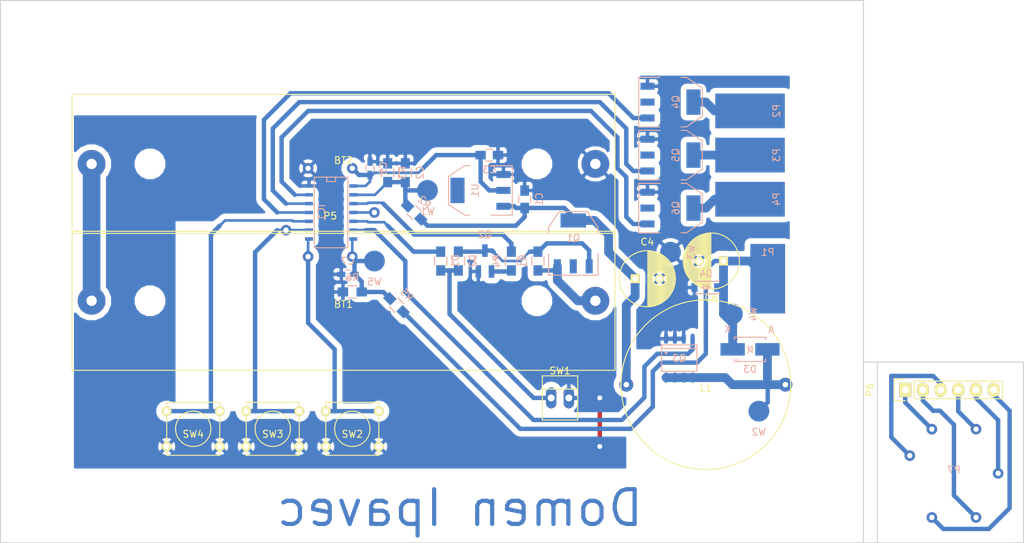
<source format=kicad_pcb>
(kicad_pcb (version 4) (host pcbnew 4.0.3+e1-6302~38~ubuntu16.04.1-stable)

  (general
    (links 94)
    (no_connects 4)
    (area 31.924999 39.924999 179.075001 118.075001)
    (thickness 1.6)
    (drawings 12)
    (tracks 249)
    (zones 0)
    (modules 44)
    (nets 32)
  )

  (page A4)
  (layers
    (0 F.Cu signal)
    (31 B.Cu signal)
    (32 B.Adhes user)
    (33 F.Adhes user)
    (34 B.Paste user)
    (35 F.Paste user)
    (36 B.SilkS user)
    (37 F.SilkS user)
    (38 B.Mask user)
    (39 F.Mask user)
    (40 Dwgs.User user)
    (41 Cmts.User user)
    (42 Eco1.User user)
    (43 Eco2.User user)
    (44 Edge.Cuts user)
    (45 Margin user)
    (46 B.CrtYd user)
    (47 F.CrtYd user)
    (48 B.Fab user)
    (49 F.Fab user)
  )

  (setup
    (last_trace_width 0.635)
    (user_trace_width 0.381)
    (user_trace_width 0.508)
    (user_trace_width 0.635)
    (user_trace_width 1.27)
    (user_trace_width 2.54)
    (trace_clearance 0.381)
    (zone_clearance 0.8)
    (zone_45_only yes)
    (trace_min 0.381)
    (segment_width 0.2)
    (edge_width 0.15)
    (via_size 1.5)
    (via_drill 0.7)
    (via_min_size 0.4)
    (via_min_drill 0.3)
    (uvia_size 0.3)
    (uvia_drill 0.1)
    (uvias_allowed no)
    (uvia_min_size 0.2)
    (uvia_min_drill 0.1)
    (pcb_text_width 0.3)
    (pcb_text_size 1.5 1.5)
    (mod_edge_width 0.15)
    (mod_text_size 1 1)
    (mod_text_width 0.15)
    (pad_size 1.524 1.524)
    (pad_drill 0.762)
    (pad_to_mask_clearance 0.2)
    (aux_axis_origin 0 0)
    (visible_elements FFFFFF7F)
    (pcbplotparams
      (layerselection 0x00000_80000000)
      (usegerberextensions false)
      (excludeedgelayer false)
      (linewidth 0.100000)
      (plotframeref false)
      (viasonmask false)
      (mode 1)
      (useauxorigin false)
      (hpglpennumber 1)
      (hpglpenspeed 20)
      (hpglpendiameter 15)
      (hpglpenoverlay 2)
      (psnegative false)
      (psa4output false)
      (plotreference false)
      (plotvalue false)
      (plotinvisibletext false)
      (padsonsilk false)
      (subtractmaskfromsilk false)
      (outputformat 5)
      (mirror false)
      (drillshape 1)
      (scaleselection 1)
      (outputdirectory ""))
  )

  (net 0 "")
  (net 1 "Net-(BT1-Pad1)")
  (net 2 "Net-(BT1-Pad2)")
  (net 3 GND)
  (net 4 "Net-(C1-Pad1)")
  (net 5 ADC_V_BAT)
  (net 6 "Net-(C6-Pad1)")
  (net 7 ADC_V_OUT)
  (net 8 "Net-(D1-Pad1)")
  (net 9 SW_IN)
  (net 10 "Net-(D2-Pad2)")
  (net 11 "Net-(D3-Pad2)")
  (net 12 SHDN)
  (net 13 MOS_LED_3)
  (net 14 MOS_LED_2)
  (net 15 MOS_PWM)
  (net 16 MOS_LED_1)
  (net 17 "Net-(P2-Pad1)")
  (net 18 "Net-(P3-Pad1)")
  (net 19 "Net-(P4-Pad1)")
  (net 20 "Net-(Q2-Pad1)")
  (net 21 +5V)
  (net 22 RESET)
  (net 23 SW2)
  (net 24 SW3)
  (net 25 SW4)
  (net 26 "Net-(P6-Pad1)")
  (net 27 "Net-(P6-Pad2)")
  (net 28 "Net-(P6-Pad3)")
  (net 29 "Net-(P6-Pad4)")
  (net 30 "Net-(P6-Pad5)")
  (net 31 "Net-(P6-Pad6)")

  (net_class Default "This is the default net class."
    (clearance 0.381)
    (trace_width 0.381)
    (via_dia 1.5)
    (via_drill 0.7)
    (uvia_dia 0.3)
    (uvia_drill 0.1)
    (add_net +5V)
    (add_net ADC_V_BAT)
    (add_net ADC_V_OUT)
    (add_net GND)
    (add_net MOS_LED_1)
    (add_net MOS_LED_2)
    (add_net MOS_LED_3)
    (add_net MOS_PWM)
    (add_net "Net-(BT1-Pad1)")
    (add_net "Net-(BT1-Pad2)")
    (add_net "Net-(C1-Pad1)")
    (add_net "Net-(C6-Pad1)")
    (add_net "Net-(D1-Pad1)")
    (add_net "Net-(D2-Pad2)")
    (add_net "Net-(D3-Pad2)")
    (add_net "Net-(P2-Pad1)")
    (add_net "Net-(P3-Pad1)")
    (add_net "Net-(P4-Pad1)")
    (add_net "Net-(P6-Pad1)")
    (add_net "Net-(P6-Pad2)")
    (add_net "Net-(P6-Pad3)")
    (add_net "Net-(P6-Pad4)")
    (add_net "Net-(P6-Pad5)")
    (add_net "Net-(P6-Pad6)")
    (add_net "Net-(Q2-Pad1)")
    (add_net RESET)
    (add_net SHDN)
    (add_net SW2)
    (add_net SW3)
    (add_net SW4)
    (add_net SW_IN)
  )

  (module 1447423C:1447423C (layer F.Cu) (tedit 57BB4C5E) (tstamp 57C1A132)
    (at 133.35 95.25)
    (path /57B8A0B5)
    (fp_text reference L1 (at 0 0.5) (layer F.SilkS)
      (effects (font (size 1 1) (thickness 0.15)))
    )
    (fp_text value INDUCTOR (at 0 -0.5) (layer F.Fab)
      (effects (font (size 1 1) (thickness 0.15)))
    )
    (fp_circle (center 0 0) (end 12.2 0) (layer F.SilkS) (width 0.15))
    (pad 1 thru_hole circle (at 11.43 0) (size 2 2) (drill 0.8) (layers *.Cu *.Mask)
      (net 11 "Net-(D3-Pad2)"))
    (pad 2 thru_hole circle (at -11.43 0) (size 2 2) (drill 0.8) (layers *.Cu *.Mask)
      (net 4 "Net-(C1-Pad1)"))
  )

  (module halfbattery:HALFBATTERY (layer F.Cu) (tedit 57BB5274) (tstamp 57C1A0D0)
    (at 81.28 83.185)
    (path /57B88D80)
    (fp_text reference BT1 (at 0 0.5) (layer F.SilkS)
      (effects (font (size 1 1) (thickness 0.15)))
    )
    (fp_text value Battery (at 0 -0.5) (layer F.Fab)
      (effects (font (size 1 1) (thickness 0.15)))
    )
    (fp_line (start -39 -10) (end 39 -10) (layer F.SilkS) (width 0.15))
    (fp_line (start 39 -10) (end 39 10) (layer F.SilkS) (width 0.15))
    (fp_line (start 39 10) (end -39 10) (layer F.SilkS) (width 0.15))
    (fp_line (start -39 10) (end -39 -10) (layer F.SilkS) (width 0.15))
    (pad 1 thru_hole circle (at 36.195 0) (size 4 4) (drill 1.5) (layers *.Cu *.Mask)
      (net 1 "Net-(BT1-Pad1)"))
    (pad 2 thru_hole circle (at -36.195 0) (size 4 4) (drill 1.5) (layers *.Cu *.Mask)
      (net 2 "Net-(BT1-Pad2)"))
    (pad "" np_thru_hole circle (at 27.8 0) (size 2.8 2.8) (drill 2.8) (layers *.Cu *.Mask))
    (pad "" np_thru_hole circle (at -27.8 0) (size 2.8 2.8) (drill 2.8) (layers *.Cu *.Mask))
  )

  (module halfbattery:HALFBATTERY (layer F.Cu) (tedit 57BB5274) (tstamp 57C1A0D8)
    (at 81.28 63.5 180)
    (path /57B88E2F)
    (fp_text reference BT2 (at 0 0.5 180) (layer F.SilkS)
      (effects (font (size 1 1) (thickness 0.15)))
    )
    (fp_text value Battery (at 0 -0.5 180) (layer F.Fab)
      (effects (font (size 1 1) (thickness 0.15)))
    )
    (fp_line (start -39 -10) (end 39 -10) (layer F.SilkS) (width 0.15))
    (fp_line (start 39 -10) (end 39 10) (layer F.SilkS) (width 0.15))
    (fp_line (start 39 10) (end -39 10) (layer F.SilkS) (width 0.15))
    (fp_line (start -39 10) (end -39 -10) (layer F.SilkS) (width 0.15))
    (pad 1 thru_hole circle (at 36.195 0 180) (size 4 4) (drill 1.5) (layers *.Cu *.Mask)
      (net 2 "Net-(BT1-Pad2)"))
    (pad 2 thru_hole circle (at -36.195 0 180) (size 4 4) (drill 1.5) (layers *.Cu *.Mask)
      (net 3 GND))
    (pad "" np_thru_hole circle (at 27.8 0 180) (size 2.8 2.8) (drill 2.8) (layers *.Cu *.Mask))
    (pad "" np_thru_hole circle (at -27.8 0 180) (size 2.8 2.8) (drill 2.8) (layers *.Cu *.Mask))
  )

  (module Capacitors_SMD:C_0805_HandSoldering (layer B.Cu) (tedit 541A9B8D) (tstamp 57C1A0DE)
    (at 107.315 68.58 90)
    (descr "Capacitor SMD 0805, hand soldering")
    (tags "capacitor 0805")
    (path /57B8912D)
    (attr smd)
    (fp_text reference C1 (at 0 2.1 90) (layer B.SilkS)
      (effects (font (size 1 1) (thickness 0.15)) (justify mirror))
    )
    (fp_text value 10uF (at 0 -2.1 90) (layer B.Fab)
      (effects (font (size 1 1) (thickness 0.15)) (justify mirror))
    )
    (fp_line (start -2.3 1) (end 2.3 1) (layer B.CrtYd) (width 0.05))
    (fp_line (start -2.3 -1) (end 2.3 -1) (layer B.CrtYd) (width 0.05))
    (fp_line (start -2.3 1) (end -2.3 -1) (layer B.CrtYd) (width 0.05))
    (fp_line (start 2.3 1) (end 2.3 -1) (layer B.CrtYd) (width 0.05))
    (fp_line (start 0.5 0.85) (end -0.5 0.85) (layer B.SilkS) (width 0.15))
    (fp_line (start -0.5 -0.85) (end 0.5 -0.85) (layer B.SilkS) (width 0.15))
    (pad 1 smd rect (at -1.25 0 90) (size 1.5 1.25) (layers B.Cu B.Paste B.Mask)
      (net 4 "Net-(C1-Pad1)"))
    (pad 2 smd rect (at 1.25 0 90) (size 1.5 1.25) (layers B.Cu B.Paste B.Mask)
      (net 3 GND))
    (model Capacitors_SMD.3dshapes/C_0805_HandSoldering.wrl
      (at (xyz 0 0 0))
      (scale (xyz 1 1 1))
      (rotate (xyz 0 0 0))
    )
  )

  (module Capacitors_SMD:C_0805_HandSoldering (layer B.Cu) (tedit 541A9B8D) (tstamp 57C1A0EA)
    (at 102.235 62.23)
    (descr "Capacitor SMD 0805, hand soldering")
    (tags "capacitor 0805")
    (path /57B8916A)
    (attr smd)
    (fp_text reference C3 (at 0 2.1) (layer B.SilkS)
      (effects (font (size 1 1) (thickness 0.15)) (justify mirror))
    )
    (fp_text value 10uF (at 0 -2.1) (layer B.Fab)
      (effects (font (size 1 1) (thickness 0.15)) (justify mirror))
    )
    (fp_line (start -2.3 1) (end 2.3 1) (layer B.CrtYd) (width 0.05))
    (fp_line (start -2.3 -1) (end 2.3 -1) (layer B.CrtYd) (width 0.05))
    (fp_line (start -2.3 1) (end -2.3 -1) (layer B.CrtYd) (width 0.05))
    (fp_line (start 2.3 1) (end 2.3 -1) (layer B.CrtYd) (width 0.05))
    (fp_line (start 0.5 0.85) (end -0.5 0.85) (layer B.SilkS) (width 0.15))
    (fp_line (start -0.5 -0.85) (end 0.5 -0.85) (layer B.SilkS) (width 0.15))
    (pad 1 smd rect (at -1.25 0) (size 1.5 1.25) (layers B.Cu B.Paste B.Mask)
      (net 21 +5V))
    (pad 2 smd rect (at 1.25 0) (size 1.5 1.25) (layers B.Cu B.Paste B.Mask)
      (net 3 GND))
    (model Capacitors_SMD.3dshapes/C_0805_HandSoldering.wrl
      (at (xyz 0 0 0))
      (scale (xyz 1 1 1))
      (rotate (xyz 0 0 0))
    )
  )

  (module Capacitors_ThroughHole:C_Radial_D8_L11.5_P3.5 (layer F.Cu) (tedit 0) (tstamp 57C1A0F0)
    (at 123.19 80.01)
    (descr "Radial Electrolytic Capacitor Diameter 8mm x Length 11.5mm, Pitch 3.5mm")
    (tags "Electrolytic Capacitor")
    (path /57B8AE92)
    (fp_text reference C4 (at 1.75 -5.3) (layer F.SilkS)
      (effects (font (size 1 1) (thickness 0.15)))
    )
    (fp_text value 100uF (at 1.75 5.3) (layer F.Fab)
      (effects (font (size 1 1) (thickness 0.15)))
    )
    (fp_line (start 1.825 -3.999) (end 1.825 3.999) (layer F.SilkS) (width 0.15))
    (fp_line (start 1.965 -3.994) (end 1.965 3.994) (layer F.SilkS) (width 0.15))
    (fp_line (start 2.105 -3.984) (end 2.105 3.984) (layer F.SilkS) (width 0.15))
    (fp_line (start 2.245 -3.969) (end 2.245 3.969) (layer F.SilkS) (width 0.15))
    (fp_line (start 2.385 -3.949) (end 2.385 3.949) (layer F.SilkS) (width 0.15))
    (fp_line (start 2.525 -3.924) (end 2.525 -0.222) (layer F.SilkS) (width 0.15))
    (fp_line (start 2.525 0.222) (end 2.525 3.924) (layer F.SilkS) (width 0.15))
    (fp_line (start 2.665 -3.894) (end 2.665 -0.55) (layer F.SilkS) (width 0.15))
    (fp_line (start 2.665 0.55) (end 2.665 3.894) (layer F.SilkS) (width 0.15))
    (fp_line (start 2.805 -3.858) (end 2.805 -0.719) (layer F.SilkS) (width 0.15))
    (fp_line (start 2.805 0.719) (end 2.805 3.858) (layer F.SilkS) (width 0.15))
    (fp_line (start 2.945 -3.817) (end 2.945 -0.832) (layer F.SilkS) (width 0.15))
    (fp_line (start 2.945 0.832) (end 2.945 3.817) (layer F.SilkS) (width 0.15))
    (fp_line (start 3.085 -3.771) (end 3.085 -0.91) (layer F.SilkS) (width 0.15))
    (fp_line (start 3.085 0.91) (end 3.085 3.771) (layer F.SilkS) (width 0.15))
    (fp_line (start 3.225 -3.718) (end 3.225 -0.961) (layer F.SilkS) (width 0.15))
    (fp_line (start 3.225 0.961) (end 3.225 3.718) (layer F.SilkS) (width 0.15))
    (fp_line (start 3.365 -3.659) (end 3.365 -0.991) (layer F.SilkS) (width 0.15))
    (fp_line (start 3.365 0.991) (end 3.365 3.659) (layer F.SilkS) (width 0.15))
    (fp_line (start 3.505 -3.594) (end 3.505 -1) (layer F.SilkS) (width 0.15))
    (fp_line (start 3.505 1) (end 3.505 3.594) (layer F.SilkS) (width 0.15))
    (fp_line (start 3.645 -3.523) (end 3.645 -0.989) (layer F.SilkS) (width 0.15))
    (fp_line (start 3.645 0.989) (end 3.645 3.523) (layer F.SilkS) (width 0.15))
    (fp_line (start 3.785 -3.444) (end 3.785 -0.959) (layer F.SilkS) (width 0.15))
    (fp_line (start 3.785 0.959) (end 3.785 3.444) (layer F.SilkS) (width 0.15))
    (fp_line (start 3.925 -3.357) (end 3.925 -0.905) (layer F.SilkS) (width 0.15))
    (fp_line (start 3.925 0.905) (end 3.925 3.357) (layer F.SilkS) (width 0.15))
    (fp_line (start 4.065 -3.262) (end 4.065 -0.825) (layer F.SilkS) (width 0.15))
    (fp_line (start 4.065 0.825) (end 4.065 3.262) (layer F.SilkS) (width 0.15))
    (fp_line (start 4.205 -3.158) (end 4.205 -0.709) (layer F.SilkS) (width 0.15))
    (fp_line (start 4.205 0.709) (end 4.205 3.158) (layer F.SilkS) (width 0.15))
    (fp_line (start 4.345 -3.044) (end 4.345 -0.535) (layer F.SilkS) (width 0.15))
    (fp_line (start 4.345 0.535) (end 4.345 3.044) (layer F.SilkS) (width 0.15))
    (fp_line (start 4.485 -2.919) (end 4.485 -0.173) (layer F.SilkS) (width 0.15))
    (fp_line (start 4.485 0.173) (end 4.485 2.919) (layer F.SilkS) (width 0.15))
    (fp_line (start 4.625 -2.781) (end 4.625 2.781) (layer F.SilkS) (width 0.15))
    (fp_line (start 4.765 -2.629) (end 4.765 2.629) (layer F.SilkS) (width 0.15))
    (fp_line (start 4.905 -2.459) (end 4.905 2.459) (layer F.SilkS) (width 0.15))
    (fp_line (start 5.045 -2.268) (end 5.045 2.268) (layer F.SilkS) (width 0.15))
    (fp_line (start 5.185 -2.05) (end 5.185 2.05) (layer F.SilkS) (width 0.15))
    (fp_line (start 5.325 -1.794) (end 5.325 1.794) (layer F.SilkS) (width 0.15))
    (fp_line (start 5.465 -1.483) (end 5.465 1.483) (layer F.SilkS) (width 0.15))
    (fp_line (start 5.605 -1.067) (end 5.605 1.067) (layer F.SilkS) (width 0.15))
    (fp_line (start 5.745 -0.2) (end 5.745 0.2) (layer F.SilkS) (width 0.15))
    (fp_circle (center 3.5 0) (end 3.5 -1) (layer F.SilkS) (width 0.15))
    (fp_circle (center 1.75 0) (end 1.75 -4.0375) (layer F.SilkS) (width 0.15))
    (fp_circle (center 1.75 0) (end 1.75 -4.3) (layer F.CrtYd) (width 0.05))
    (pad 2 thru_hole circle (at 3.5 0) (size 1.3 1.3) (drill 0.8) (layers *.Cu *.Mask F.SilkS)
      (net 3 GND))
    (pad 1 thru_hole rect (at 0 0) (size 1.3 1.3) (drill 0.8) (layers *.Cu *.Mask F.SilkS)
      (net 4 "Net-(C1-Pad1)"))
    (model Capacitors_ThroughHole.3dshapes/C_Radial_D8_L11.5_P3.5.wrl
      (at (xyz 0 0 0))
      (scale (xyz 1 1 1))
      (rotate (xyz 0 0 0))
    )
  )

  (module Capacitors_SMD:C_0603_HandSoldering (layer B.Cu) (tedit 541A9B4D) (tstamp 57C1A0F6)
    (at 85.09 64.135 90)
    (descr "Capacitor SMD 0603, hand soldering")
    (tags "capacitor 0603")
    (path /57B8936C)
    (attr smd)
    (fp_text reference C5 (at 0 1.9 90) (layer B.SilkS)
      (effects (font (size 1 1) (thickness 0.15)) (justify mirror))
    )
    (fp_text value 100n (at 0 -1.9 90) (layer B.Fab)
      (effects (font (size 1 1) (thickness 0.15)) (justify mirror))
    )
    (fp_line (start -1.85 0.75) (end 1.85 0.75) (layer B.CrtYd) (width 0.05))
    (fp_line (start -1.85 -0.75) (end 1.85 -0.75) (layer B.CrtYd) (width 0.05))
    (fp_line (start -1.85 0.75) (end -1.85 -0.75) (layer B.CrtYd) (width 0.05))
    (fp_line (start 1.85 0.75) (end 1.85 -0.75) (layer B.CrtYd) (width 0.05))
    (fp_line (start -0.35 0.6) (end 0.35 0.6) (layer B.SilkS) (width 0.15))
    (fp_line (start 0.35 -0.6) (end -0.35 -0.6) (layer B.SilkS) (width 0.15))
    (pad 1 smd rect (at -0.95 0 90) (size 1.2 0.75) (layers B.Cu B.Paste B.Mask)
      (net 21 +5V))
    (pad 2 smd rect (at 0.95 0 90) (size 1.2 0.75) (layers B.Cu B.Paste B.Mask)
      (net 3 GND))
    (model Capacitors_SMD.3dshapes/C_0603_HandSoldering.wrl
      (at (xyz 0 0 0))
      (scale (xyz 1 1 1))
      (rotate (xyz 0 0 0))
    )
  )

  (module Capacitors_ThroughHole:C_Radial_D8_L11.5_P3.5 (layer F.Cu) (tedit 0) (tstamp 57C1A0FC)
    (at 135.89 77.47 180)
    (descr "Radial Electrolytic Capacitor Diameter 8mm x Length 11.5mm, Pitch 3.5mm")
    (tags "Electrolytic Capacitor")
    (path /57B8A3E0)
    (fp_text reference C6 (at 1.75 -5.3 180) (layer F.SilkS)
      (effects (font (size 1 1) (thickness 0.15)))
    )
    (fp_text value 100uF (at 1.75 5.3 180) (layer F.Fab)
      (effects (font (size 1 1) (thickness 0.15)))
    )
    (fp_line (start 1.825 -3.999) (end 1.825 3.999) (layer F.SilkS) (width 0.15))
    (fp_line (start 1.965 -3.994) (end 1.965 3.994) (layer F.SilkS) (width 0.15))
    (fp_line (start 2.105 -3.984) (end 2.105 3.984) (layer F.SilkS) (width 0.15))
    (fp_line (start 2.245 -3.969) (end 2.245 3.969) (layer F.SilkS) (width 0.15))
    (fp_line (start 2.385 -3.949) (end 2.385 3.949) (layer F.SilkS) (width 0.15))
    (fp_line (start 2.525 -3.924) (end 2.525 -0.222) (layer F.SilkS) (width 0.15))
    (fp_line (start 2.525 0.222) (end 2.525 3.924) (layer F.SilkS) (width 0.15))
    (fp_line (start 2.665 -3.894) (end 2.665 -0.55) (layer F.SilkS) (width 0.15))
    (fp_line (start 2.665 0.55) (end 2.665 3.894) (layer F.SilkS) (width 0.15))
    (fp_line (start 2.805 -3.858) (end 2.805 -0.719) (layer F.SilkS) (width 0.15))
    (fp_line (start 2.805 0.719) (end 2.805 3.858) (layer F.SilkS) (width 0.15))
    (fp_line (start 2.945 -3.817) (end 2.945 -0.832) (layer F.SilkS) (width 0.15))
    (fp_line (start 2.945 0.832) (end 2.945 3.817) (layer F.SilkS) (width 0.15))
    (fp_line (start 3.085 -3.771) (end 3.085 -0.91) (layer F.SilkS) (width 0.15))
    (fp_line (start 3.085 0.91) (end 3.085 3.771) (layer F.SilkS) (width 0.15))
    (fp_line (start 3.225 -3.718) (end 3.225 -0.961) (layer F.SilkS) (width 0.15))
    (fp_line (start 3.225 0.961) (end 3.225 3.718) (layer F.SilkS) (width 0.15))
    (fp_line (start 3.365 -3.659) (end 3.365 -0.991) (layer F.SilkS) (width 0.15))
    (fp_line (start 3.365 0.991) (end 3.365 3.659) (layer F.SilkS) (width 0.15))
    (fp_line (start 3.505 -3.594) (end 3.505 -1) (layer F.SilkS) (width 0.15))
    (fp_line (start 3.505 1) (end 3.505 3.594) (layer F.SilkS) (width 0.15))
    (fp_line (start 3.645 -3.523) (end 3.645 -0.989) (layer F.SilkS) (width 0.15))
    (fp_line (start 3.645 0.989) (end 3.645 3.523) (layer F.SilkS) (width 0.15))
    (fp_line (start 3.785 -3.444) (end 3.785 -0.959) (layer F.SilkS) (width 0.15))
    (fp_line (start 3.785 0.959) (end 3.785 3.444) (layer F.SilkS) (width 0.15))
    (fp_line (start 3.925 -3.357) (end 3.925 -0.905) (layer F.SilkS) (width 0.15))
    (fp_line (start 3.925 0.905) (end 3.925 3.357) (layer F.SilkS) (width 0.15))
    (fp_line (start 4.065 -3.262) (end 4.065 -0.825) (layer F.SilkS) (width 0.15))
    (fp_line (start 4.065 0.825) (end 4.065 3.262) (layer F.SilkS) (width 0.15))
    (fp_line (start 4.205 -3.158) (end 4.205 -0.709) (layer F.SilkS) (width 0.15))
    (fp_line (start 4.205 0.709) (end 4.205 3.158) (layer F.SilkS) (width 0.15))
    (fp_line (start 4.345 -3.044) (end 4.345 -0.535) (layer F.SilkS) (width 0.15))
    (fp_line (start 4.345 0.535) (end 4.345 3.044) (layer F.SilkS) (width 0.15))
    (fp_line (start 4.485 -2.919) (end 4.485 -0.173) (layer F.SilkS) (width 0.15))
    (fp_line (start 4.485 0.173) (end 4.485 2.919) (layer F.SilkS) (width 0.15))
    (fp_line (start 4.625 -2.781) (end 4.625 2.781) (layer F.SilkS) (width 0.15))
    (fp_line (start 4.765 -2.629) (end 4.765 2.629) (layer F.SilkS) (width 0.15))
    (fp_line (start 4.905 -2.459) (end 4.905 2.459) (layer F.SilkS) (width 0.15))
    (fp_line (start 5.045 -2.268) (end 5.045 2.268) (layer F.SilkS) (width 0.15))
    (fp_line (start 5.185 -2.05) (end 5.185 2.05) (layer F.SilkS) (width 0.15))
    (fp_line (start 5.325 -1.794) (end 5.325 1.794) (layer F.SilkS) (width 0.15))
    (fp_line (start 5.465 -1.483) (end 5.465 1.483) (layer F.SilkS) (width 0.15))
    (fp_line (start 5.605 -1.067) (end 5.605 1.067) (layer F.SilkS) (width 0.15))
    (fp_line (start 5.745 -0.2) (end 5.745 0.2) (layer F.SilkS) (width 0.15))
    (fp_circle (center 3.5 0) (end 3.5 -1) (layer F.SilkS) (width 0.15))
    (fp_circle (center 1.75 0) (end 1.75 -4.0375) (layer F.SilkS) (width 0.15))
    (fp_circle (center 1.75 0) (end 1.75 -4.3) (layer F.CrtYd) (width 0.05))
    (pad 2 thru_hole circle (at 3.5 0 180) (size 1.3 1.3) (drill 0.8) (layers *.Cu *.Mask F.SilkS)
      (net 3 GND))
    (pad 1 thru_hole rect (at 0 0 180) (size 1.3 1.3) (drill 0.8) (layers *.Cu *.Mask F.SilkS)
      (net 6 "Net-(C6-Pad1)"))
    (model Capacitors_ThroughHole.3dshapes/C_Radial_D8_L11.5_P3.5.wrl
      (at (xyz 0 0 0))
      (scale (xyz 1 1 1))
      (rotate (xyz 0 0 0))
    )
  )

  (module Capacitors_SMD:C_0603_HandSoldering (layer B.Cu) (tedit 541A9B4D) (tstamp 57C1A102)
    (at 81.915 79.375 180)
    (descr "Capacitor SMD 0603, hand soldering")
    (tags "capacitor 0603")
    (path /57B8A74A)
    (attr smd)
    (fp_text reference C7 (at 0 1.9 180) (layer B.SilkS)
      (effects (font (size 1 1) (thickness 0.15)) (justify mirror))
    )
    (fp_text value 100nF (at 0 -1.9 180) (layer B.Fab)
      (effects (font (size 1 1) (thickness 0.15)) (justify mirror))
    )
    (fp_line (start -1.85 0.75) (end 1.85 0.75) (layer B.CrtYd) (width 0.05))
    (fp_line (start -1.85 -0.75) (end 1.85 -0.75) (layer B.CrtYd) (width 0.05))
    (fp_line (start -1.85 0.75) (end -1.85 -0.75) (layer B.CrtYd) (width 0.05))
    (fp_line (start 1.85 0.75) (end 1.85 -0.75) (layer B.CrtYd) (width 0.05))
    (fp_line (start -0.35 0.6) (end 0.35 0.6) (layer B.SilkS) (width 0.15))
    (fp_line (start 0.35 -0.6) (end -0.35 -0.6) (layer B.SilkS) (width 0.15))
    (pad 1 smd rect (at -0.95 0 180) (size 1.2 0.75) (layers B.Cu B.Paste B.Mask)
      (net 7 ADC_V_OUT))
    (pad 2 smd rect (at 0.95 0 180) (size 1.2 0.75) (layers B.Cu B.Paste B.Mask)
      (net 3 GND))
    (model Capacitors_SMD.3dshapes/C_0603_HandSoldering.wrl
      (at (xyz 0 0 0))
      (scale (xyz 1 1 1))
      (rotate (xyz 0 0 0))
    )
  )

  (module Resistors_SMD:R_0805_HandSoldering (layer B.Cu) (tedit 54189DEE) (tstamp 57C1A108)
    (at 95.25 77.47 90)
    (descr "Resistor SMD 0805, hand soldering")
    (tags "resistor 0805")
    (path /57B89732)
    (attr smd)
    (fp_text reference D1 (at 0 2.1 90) (layer B.SilkS)
      (effects (font (size 1 1) (thickness 0.15)) (justify mirror))
    )
    (fp_text value TS4148 (at 0 -2.1 90) (layer B.Fab)
      (effects (font (size 1 1) (thickness 0.15)) (justify mirror))
    )
    (fp_line (start -2.4 1) (end 2.4 1) (layer B.CrtYd) (width 0.05))
    (fp_line (start -2.4 -1) (end 2.4 -1) (layer B.CrtYd) (width 0.05))
    (fp_line (start -2.4 1) (end -2.4 -1) (layer B.CrtYd) (width 0.05))
    (fp_line (start 2.4 1) (end 2.4 -1) (layer B.CrtYd) (width 0.05))
    (fp_line (start 0.6 -0.875) (end -0.6 -0.875) (layer B.SilkS) (width 0.15))
    (fp_line (start -0.6 0.875) (end 0.6 0.875) (layer B.SilkS) (width 0.15))
    (pad 1 smd rect (at -1.35 0 90) (size 1.5 1.3) (layers B.Cu B.Paste B.Mask)
      (net 8 "Net-(D1-Pad1)"))
    (pad 2 smd rect (at 1.35 0 90) (size 1.5 1.3) (layers B.Cu B.Paste B.Mask)
      (net 9 SW_IN))
    (model Resistors_SMD.3dshapes/R_0805_HandSoldering.wrl
      (at (xyz 0 0 0))
      (scale (xyz 1 1 1))
      (rotate (xyz 0 0 0))
    )
  )

  (module Resistors_SMD:R_0805_HandSoldering (layer B.Cu) (tedit 54189DEE) (tstamp 57C1A10E)
    (at 97.79 77.47 90)
    (descr "Resistor SMD 0805, hand soldering")
    (tags "resistor 0805")
    (path /57B89663)
    (attr smd)
    (fp_text reference D2 (at 0 2.1 90) (layer B.SilkS)
      (effects (font (size 1 1) (thickness 0.15)) (justify mirror))
    )
    (fp_text value TS4148 (at 0 -2.1 90) (layer B.Fab)
      (effects (font (size 1 1) (thickness 0.15)) (justify mirror))
    )
    (fp_line (start -2.4 1) (end 2.4 1) (layer B.CrtYd) (width 0.05))
    (fp_line (start -2.4 -1) (end 2.4 -1) (layer B.CrtYd) (width 0.05))
    (fp_line (start -2.4 1) (end -2.4 -1) (layer B.CrtYd) (width 0.05))
    (fp_line (start 2.4 1) (end 2.4 -1) (layer B.CrtYd) (width 0.05))
    (fp_line (start 0.6 -0.875) (end -0.6 -0.875) (layer B.SilkS) (width 0.15))
    (fp_line (start -0.6 0.875) (end 0.6 0.875) (layer B.SilkS) (width 0.15))
    (pad 1 smd rect (at -1.35 0 90) (size 1.5 1.3) (layers B.Cu B.Paste B.Mask)
      (net 8 "Net-(D1-Pad1)"))
    (pad 2 smd rect (at 1.35 0 90) (size 1.5 1.3) (layers B.Cu B.Paste B.Mask)
      (net 10 "Net-(D2-Pad2)"))
    (model Resistors_SMD.3dshapes/R_0805_HandSoldering.wrl
      (at (xyz 0 0 0))
      (scale (xyz 1 1 1))
      (rotate (xyz 0 0 0))
    )
  )

  (module Diodes_SMD:SMA_Handsoldering (layer B.Cu) (tedit 552FF1AB) (tstamp 57C1A114)
    (at 139.7 90.17)
    (descr "Diode SMA Handsoldering")
    (tags "Diode SMA Handsoldering")
    (path /57B8A22E)
    (attr smd)
    (fp_text reference D3 (at 0 2.85) (layer B.SilkS)
      (effects (font (size 1 1) (thickness 0.15)) (justify mirror))
    )
    (fp_text value D_Schottky (at 0.05 -4.4) (layer B.Fab)
      (effects (font (size 1 1) (thickness 0.15)) (justify mirror))
    )
    (fp_line (start -4.5 2) (end 4.5 2) (layer B.CrtYd) (width 0.05))
    (fp_line (start 4.5 2) (end 4.5 -2) (layer B.CrtYd) (width 0.05))
    (fp_line (start 4.5 -2) (end -4.5 -2) (layer B.CrtYd) (width 0.05))
    (fp_line (start -4.5 -2) (end -4.5 2) (layer B.CrtYd) (width 0.05))
    (fp_line (start -0.25 0) (end 0.3 0.45) (layer B.SilkS) (width 0.15))
    (fp_line (start 0.3 0.45) (end 0.3 -0.45) (layer B.SilkS) (width 0.15))
    (fp_line (start 0.3 -0.45) (end -0.25 0) (layer B.SilkS) (width 0.15))
    (fp_line (start -0.25 0.55) (end -0.25 -0.55) (layer B.SilkS) (width 0.15))
    (fp_text user K (at -3.25 -2.9) (layer B.SilkS)
      (effects (font (size 1 1) (thickness 0.15)) (justify mirror))
    )
    (fp_text user A (at 3.05 -2.85) (layer B.SilkS)
      (effects (font (size 1 1) (thickness 0.15)) (justify mirror))
    )
    (fp_line (start -1.79914 -1.75006) (end -1.79914 -1.39954) (layer B.SilkS) (width 0.15))
    (fp_line (start -1.79914 1.75006) (end -1.79914 1.39954) (layer B.SilkS) (width 0.15))
    (fp_line (start 2.25044 -1.75006) (end 2.25044 -1.39954) (layer B.SilkS) (width 0.15))
    (fp_line (start -2.25044 -1.75006) (end -2.25044 -1.39954) (layer B.SilkS) (width 0.15))
    (fp_line (start -2.25044 1.75006) (end -2.25044 1.39954) (layer B.SilkS) (width 0.15))
    (fp_line (start 2.25044 1.75006) (end 2.25044 1.39954) (layer B.SilkS) (width 0.15))
    (fp_line (start -2.25044 -1.75006) (end 2.25044 -1.75006) (layer B.SilkS) (width 0.15))
    (fp_line (start -2.25044 1.75006) (end 2.25044 1.75006) (layer B.SilkS) (width 0.15))
    (pad 1 smd rect (at -2.49936 0) (size 3.50012 1.80086) (layers B.Cu B.Paste B.Mask)
      (net 6 "Net-(C6-Pad1)"))
    (pad 2 smd rect (at 2.49936 0) (size 3.50012 1.80086) (layers B.Cu B.Paste B.Mask)
      (net 11 "Net-(D3-Pad2)"))
    (model Diodes_SMD.3dshapes/SMA_Handsoldering.wrl
      (at (xyz 0 0 0))
      (scale (xyz 0.3937 0.3937 0.3937))
      (rotate (xyz 0 0 180))
    )
  )

  (module Diodes_SMD:SOD-123 (layer B.Cu) (tedit 5530FCB9) (tstamp 57C1A11A)
    (at 133.35 81.28 180)
    (descr SOD-123)
    (tags SOD-123)
    (path /57B8B2AB)
    (attr smd)
    (fp_text reference D4 (at 0 2 180) (layer B.SilkS)
      (effects (font (size 1 1) (thickness 0.15)) (justify mirror))
    )
    (fp_text value ZENER-35V (at 0 -2.1 180) (layer B.Fab)
      (effects (font (size 1 1) (thickness 0.15)) (justify mirror))
    )
    (fp_line (start 0.3175 0) (end 0.6985 0) (layer B.SilkS) (width 0.15))
    (fp_line (start -0.6985 0) (end -0.3175 0) (layer B.SilkS) (width 0.15))
    (fp_line (start -0.3175 0) (end 0.3175 0.381) (layer B.SilkS) (width 0.15))
    (fp_line (start 0.3175 0.381) (end 0.3175 -0.381) (layer B.SilkS) (width 0.15))
    (fp_line (start 0.3175 -0.381) (end -0.3175 0) (layer B.SilkS) (width 0.15))
    (fp_line (start -0.3175 0.508) (end -0.3175 -0.508) (layer B.SilkS) (width 0.15))
    (fp_line (start -2.25 1.05) (end 2.25 1.05) (layer B.CrtYd) (width 0.05))
    (fp_line (start 2.25 1.05) (end 2.25 -1.05) (layer B.CrtYd) (width 0.05))
    (fp_line (start 2.25 -1.05) (end -2.25 -1.05) (layer B.CrtYd) (width 0.05))
    (fp_line (start -2.25 1.05) (end -2.25 -1.05) (layer B.CrtYd) (width 0.05))
    (fp_line (start -2 -0.9) (end 1.54 -0.9) (layer B.SilkS) (width 0.15))
    (fp_line (start -2 0.9) (end 1.54 0.9) (layer B.SilkS) (width 0.15))
    (pad 1 smd rect (at -1.635 0 180) (size 0.91 1.22) (layers B.Cu B.Paste B.Mask)
      (net 6 "Net-(C6-Pad1)"))
    (pad 2 smd rect (at 1.635 0 180) (size 0.91 1.22) (layers B.Cu B.Paste B.Mask)
      (net 3 GND))
  )

  (module SMD_Packages:SOIC-14_N (layer B.Cu) (tedit 0) (tstamp 57C1A12C)
    (at 79.375 70.485 270)
    (descr "Module CMS SOJ 14 pins Large")
    (tags "CMS SOJ")
    (path /57B88D11)
    (attr smd)
    (fp_text reference IC1 (at 0 1.27 270) (layer B.SilkS)
      (effects (font (size 1 1) (thickness 0.15)) (justify mirror))
    )
    (fp_text value ATTINY841-SSU (at 0 -1.27 270) (layer B.Fab)
      (effects (font (size 1 1) (thickness 0.15)) (justify mirror))
    )
    (fp_line (start 5.08 2.286) (end 5.08 -2.54) (layer B.SilkS) (width 0.15))
    (fp_line (start 5.08 -2.54) (end -5.08 -2.54) (layer B.SilkS) (width 0.15))
    (fp_line (start -5.08 -2.54) (end -5.08 2.286) (layer B.SilkS) (width 0.15))
    (fp_line (start -5.08 2.286) (end 5.08 2.286) (layer B.SilkS) (width 0.15))
    (fp_line (start -5.08 0.508) (end -4.445 0.508) (layer B.SilkS) (width 0.15))
    (fp_line (start -4.445 0.508) (end -4.445 -0.762) (layer B.SilkS) (width 0.15))
    (fp_line (start -4.445 -0.762) (end -5.08 -0.762) (layer B.SilkS) (width 0.15))
    (pad 1 smd rect (at -3.81 -3.302 270) (size 0.508 1.143) (layers B.Cu B.Paste B.Mask)
      (net 21 +5V))
    (pad 2 smd rect (at -2.54 -3.302 270) (size 0.508 1.143) (layers B.Cu B.Paste B.Mask)
      (net 5 ADC_V_BAT))
    (pad 3 smd rect (at -1.27 -3.302 270) (size 0.508 1.143) (layers B.Cu B.Paste B.Mask)
      (net 12 SHDN))
    (pad 4 smd rect (at 0 -3.302 270) (size 0.508 1.143) (layers B.Cu B.Paste B.Mask)
      (net 22 RESET))
    (pad 5 smd rect (at 1.27 -3.302 270) (size 0.508 1.143) (layers B.Cu B.Paste B.Mask)
      (net 9 SW_IN))
    (pad 6 smd rect (at 2.54 -3.302 270) (size 0.508 1.143) (layers B.Cu B.Paste B.Mask)
      (net 15 MOS_PWM))
    (pad 7 smd rect (at 3.81 -3.302 270) (size 0.508 1.143) (layers B.Cu B.Paste B.Mask)
      (net 7 ADC_V_OUT))
    (pad 8 smd rect (at 3.81 3.048 270) (size 0.508 1.143) (layers B.Cu B.Paste B.Mask)
      (net 23 SW2))
    (pad 9 smd rect (at 2.54 3.048 270) (size 0.508 1.143) (layers B.Cu B.Paste B.Mask)
      (net 24 SW3))
    (pad 11 smd rect (at 0 3.048 270) (size 0.508 1.143) (layers B.Cu B.Paste B.Mask)
      (net 16 MOS_LED_1))
    (pad 12 smd rect (at -1.27 3.048 270) (size 0.508 1.143) (layers B.Cu B.Paste B.Mask)
      (net 14 MOS_LED_2))
    (pad 13 smd rect (at -2.54 3.048 270) (size 0.508 1.143) (layers B.Cu B.Paste B.Mask)
      (net 13 MOS_LED_3))
    (pad 14 smd rect (at -3.81 3.048 270) (size 0.508 1.143) (layers B.Cu B.Paste B.Mask)
      (net 3 GND))
    (pad 10 smd rect (at 1.27 3.048 270) (size 0.508 1.143) (layers B.Cu B.Paste B.Mask)
      (net 25 SW4))
    (model SMD_Packages.3dshapes/SOIC-14_N.wrl
      (at (xyz 0 0 0))
      (scale (xyz 0.5 0.4 0.5))
      (rotate (xyz 0 0 0))
    )
  )

  (module Wire_Pads:SolderWirePad_single_SMD_5x10mm (layer B.Cu) (tedit 5640A485) (tstamp 57C1A137)
    (at 142.24 80.01 180)
    (descr "Wire Pad, Square, SMD Pad,  5mm x 10mm,")
    (tags "MesurementPoint Square SMDPad 5mmx10mm ")
    (path /57B8B573)
    (attr smd)
    (fp_text reference P1 (at 0 3.81 180) (layer B.SilkS)
      (effects (font (size 1 1) (thickness 0.15)) (justify mirror))
    )
    (fp_text value CONN_01X01 (at 0 -6.35 180) (layer B.Fab)
      (effects (font (size 1 1) (thickness 0.15)) (justify mirror))
    )
    (fp_line (start 2.75 5.25) (end -2.75 5.25) (layer B.CrtYd) (width 0.05))
    (fp_line (start 2.75 -5.25) (end 2.75 5.25) (layer B.CrtYd) (width 0.05))
    (fp_line (start -2.75 -5.25) (end 2.75 -5.25) (layer B.CrtYd) (width 0.05))
    (fp_line (start -2.75 5.25) (end -2.75 -5.25) (layer B.CrtYd) (width 0.05))
    (pad 1 smd rect (at 0 0 180) (size 5 10) (layers B.Cu B.Paste B.Mask)
      (net 6 "Net-(C6-Pad1)"))
  )

  (module Wire_Pads:SolderWirePad_single_SMD_5x10mm (layer B.Cu) (tedit 5640A485) (tstamp 57C1A13C)
    (at 139.7 55.88 90)
    (descr "Wire Pad, Square, SMD Pad,  5mm x 10mm,")
    (tags "MesurementPoint Square SMDPad 5mmx10mm ")
    (path /57B8C1C1)
    (attr smd)
    (fp_text reference P2 (at 0 3.81 90) (layer B.SilkS)
      (effects (font (size 1 1) (thickness 0.15)) (justify mirror))
    )
    (fp_text value CONN_01X01 (at 0 -6.35 90) (layer B.Fab)
      (effects (font (size 1 1) (thickness 0.15)) (justify mirror))
    )
    (fp_line (start 2.75 5.25) (end -2.75 5.25) (layer B.CrtYd) (width 0.05))
    (fp_line (start 2.75 -5.25) (end 2.75 5.25) (layer B.CrtYd) (width 0.05))
    (fp_line (start -2.75 -5.25) (end 2.75 -5.25) (layer B.CrtYd) (width 0.05))
    (fp_line (start -2.75 5.25) (end -2.75 -5.25) (layer B.CrtYd) (width 0.05))
    (pad 1 smd rect (at 0 0 90) (size 5 10) (layers B.Cu B.Paste B.Mask)
      (net 17 "Net-(P2-Pad1)"))
  )

  (module Wire_Pads:SolderWirePad_single_SMD_5x10mm (layer B.Cu) (tedit 5640A485) (tstamp 57C1A141)
    (at 139.7 62.23 90)
    (descr "Wire Pad, Square, SMD Pad,  5mm x 10mm,")
    (tags "MesurementPoint Square SMDPad 5mmx10mm ")
    (path /57B8CE05)
    (attr smd)
    (fp_text reference P3 (at 0 3.81 90) (layer B.SilkS)
      (effects (font (size 1 1) (thickness 0.15)) (justify mirror))
    )
    (fp_text value CONN_01X01 (at 0 -6.35 90) (layer B.Fab)
      (effects (font (size 1 1) (thickness 0.15)) (justify mirror))
    )
    (fp_line (start 2.75 5.25) (end -2.75 5.25) (layer B.CrtYd) (width 0.05))
    (fp_line (start 2.75 -5.25) (end 2.75 5.25) (layer B.CrtYd) (width 0.05))
    (fp_line (start -2.75 -5.25) (end 2.75 -5.25) (layer B.CrtYd) (width 0.05))
    (fp_line (start -2.75 5.25) (end -2.75 -5.25) (layer B.CrtYd) (width 0.05))
    (pad 1 smd rect (at 0 0 90) (size 5 10) (layers B.Cu B.Paste B.Mask)
      (net 18 "Net-(P3-Pad1)"))
  )

  (module Wire_Pads:SolderWirePad_single_SMD_5x10mm (layer B.Cu) (tedit 5640A485) (tstamp 57C1A146)
    (at 139.7 68.58 90)
    (descr "Wire Pad, Square, SMD Pad,  5mm x 10mm,")
    (tags "MesurementPoint Square SMDPad 5mmx10mm ")
    (path /57B8CFA7)
    (attr smd)
    (fp_text reference P4 (at 0 3.81 90) (layer B.SilkS)
      (effects (font (size 1 1) (thickness 0.15)) (justify mirror))
    )
    (fp_text value CONN_01X01 (at 0 -6.35 90) (layer B.Fab)
      (effects (font (size 1 1) (thickness 0.15)) (justify mirror))
    )
    (fp_line (start 2.75 5.25) (end -2.75 5.25) (layer B.CrtYd) (width 0.05))
    (fp_line (start 2.75 -5.25) (end 2.75 5.25) (layer B.CrtYd) (width 0.05))
    (fp_line (start -2.75 -5.25) (end 2.75 -5.25) (layer B.CrtYd) (width 0.05))
    (fp_line (start -2.75 5.25) (end -2.75 -5.25) (layer B.CrtYd) (width 0.05))
    (pad 1 smd rect (at 0 0 90) (size 5 10) (layers B.Cu B.Paste B.Mask)
      (net 19 "Net-(P4-Pad1)"))
  )

  (module TO_SOT_Packages_SMD:SOT-223 (layer B.Cu) (tedit 0) (tstamp 57C1A14E)
    (at 114.3 74.93 180)
    (descr "module CMS SOT223 4 pins")
    (tags "CMS SOT")
    (path /57BB8241)
    (attr smd)
    (fp_text reference Q1 (at 0 0.762 180) (layer B.SilkS)
      (effects (font (size 1 1) (thickness 0.15)) (justify mirror))
    )
    (fp_text value Q_PMOS_GDSD (at 0 -0.762 180) (layer B.Fab)
      (effects (font (size 1 1) (thickness 0.15)) (justify mirror))
    )
    (fp_line (start -3.556 -1.524) (end -3.556 -4.572) (layer B.SilkS) (width 0.15))
    (fp_line (start -3.556 -4.572) (end 3.556 -4.572) (layer B.SilkS) (width 0.15))
    (fp_line (start 3.556 -4.572) (end 3.556 -1.524) (layer B.SilkS) (width 0.15))
    (fp_line (start -3.556 1.524) (end -3.556 2.286) (layer B.SilkS) (width 0.15))
    (fp_line (start -3.556 2.286) (end -2.032 4.572) (layer B.SilkS) (width 0.15))
    (fp_line (start -2.032 4.572) (end 2.032 4.572) (layer B.SilkS) (width 0.15))
    (fp_line (start 2.032 4.572) (end 3.556 2.286) (layer B.SilkS) (width 0.15))
    (fp_line (start 3.556 2.286) (end 3.556 1.524) (layer B.SilkS) (width 0.15))
    (pad 4 smd rect (at 0 3.302 180) (size 3.6576 2.032) (layers B.Cu B.Paste B.Mask)
      (net 4 "Net-(C1-Pad1)"))
    (pad 2 smd rect (at 0 -3.302 180) (size 1.016 2.032) (layers B.Cu B.Paste B.Mask)
      (net 4 "Net-(C1-Pad1)"))
    (pad 3 smd rect (at 2.286 -3.302 180) (size 1.016 2.032) (layers B.Cu B.Paste B.Mask)
      (net 1 "Net-(BT1-Pad1)"))
    (pad 1 smd rect (at -2.286 -3.302 180) (size 1.016 2.032) (layers B.Cu B.Paste B.Mask)
      (net 10 "Net-(D2-Pad2)"))
    (model TO_SOT_Packages_SMD.3dshapes/SOT-223.wrl
      (at (xyz 0 0 0))
      (scale (xyz 0.4 0.4 0.4))
      (rotate (xyz 0 0 0))
    )
  )

  (module TO_SOT_Packages_SMD:SOT-23_Handsoldering (layer B.Cu) (tedit 54E9291B) (tstamp 57C1A155)
    (at 101.6 77.47 180)
    (descr "SOT-23, Handsoldering")
    (tags SOT-23)
    (path /57B897DE)
    (attr smd)
    (fp_text reference Q2 (at 0 3.81 180) (layer B.SilkS)
      (effects (font (size 1 1) (thickness 0.15)) (justify mirror))
    )
    (fp_text value Q_NPN_BEC (at 0 -3.81 180) (layer B.Fab)
      (effects (font (size 1 1) (thickness 0.15)) (justify mirror))
    )
    (fp_line (start -1.49982 -0.0508) (end -1.49982 0.65024) (layer B.SilkS) (width 0.15))
    (fp_line (start -1.49982 0.65024) (end -1.2509 0.65024) (layer B.SilkS) (width 0.15))
    (fp_line (start 1.29916 0.65024) (end 1.49982 0.65024) (layer B.SilkS) (width 0.15))
    (fp_line (start 1.49982 0.65024) (end 1.49982 -0.0508) (layer B.SilkS) (width 0.15))
    (pad 1 smd rect (at -0.95 -1.50114 180) (size 0.8001 1.80086) (layers B.Cu B.Paste B.Mask)
      (net 20 "Net-(Q2-Pad1)"))
    (pad 2 smd rect (at 0.95 -1.50114 180) (size 0.8001 1.80086) (layers B.Cu B.Paste B.Mask)
      (net 3 GND))
    (pad 3 smd rect (at 0 1.50114 180) (size 0.8001 1.80086) (layers B.Cu B.Paste B.Mask)
      (net 10 "Net-(D2-Pad2)"))
    (model TO_SOT_Packages_SMD.3dshapes/SOT-23_Handsoldering.wrl
      (at (xyz 0 0 0))
      (scale (xyz 1 1 1))
      (rotate (xyz 0 0 0))
    )
  )

  (module Power_Integrations:SO-8 (layer B.Cu) (tedit 0) (tstamp 57C1A161)
    (at 129.54 91.44)
    (descr "SO-8 Surface Mount Small Outline 150mil 8pin Package")
    (tags "Power Integrations D Package")
    (path /57BB702D)
    (fp_text reference Q3 (at 0 0) (layer B.SilkS)
      (effects (font (size 1 1) (thickness 0.15)) (justify mirror))
    )
    (fp_text value IRF8721PBF-1 (at 0 0) (layer B.Fab)
      (effects (font (size 1 1) (thickness 0.15)) (justify mirror))
    )
    (fp_circle (center -1.905 -0.762) (end -1.778 -0.762) (layer B.SilkS) (width 0.15))
    (fp_line (start -2.54 -1.397) (end 2.54 -1.397) (layer B.SilkS) (width 0.15))
    (fp_line (start -2.54 1.905) (end 2.54 1.905) (layer B.SilkS) (width 0.15))
    (fp_line (start -2.54 -1.905) (end 2.54 -1.905) (layer B.SilkS) (width 0.15))
    (fp_line (start -2.54 -1.905) (end -2.54 1.905) (layer B.SilkS) (width 0.15))
    (fp_line (start 2.54 -1.905) (end 2.54 1.905) (layer B.SilkS) (width 0.15))
    (pad 1 smd oval (at -1.905 -2.794) (size 0.6096 1.4732) (layers B.Cu B.Paste B.Mask)
      (net 3 GND))
    (pad 2 smd oval (at -0.635 -2.794) (size 0.6096 1.4732) (layers B.Cu B.Paste B.Mask)
      (net 3 GND))
    (pad 3 smd oval (at 0.635 -2.794) (size 0.6096 1.4732) (layers B.Cu B.Paste B.Mask)
      (net 3 GND))
    (pad 4 smd oval (at 1.905 -2.794) (size 0.6096 1.4732) (layers B.Cu B.Paste B.Mask)
      (net 15 MOS_PWM))
    (pad 5 smd oval (at 1.905 2.794) (size 0.6096 1.4732) (layers B.Cu B.Paste B.Mask)
      (net 11 "Net-(D3-Pad2)"))
    (pad 6 smd oval (at 0.635 2.794) (size 0.6096 1.4732) (layers B.Cu B.Paste B.Mask)
      (net 11 "Net-(D3-Pad2)"))
    (pad 7 smd oval (at -0.635 2.794) (size 0.6096 1.4732) (layers B.Cu B.Paste B.Mask)
      (net 11 "Net-(D3-Pad2)"))
    (pad 8 smd oval (at -1.905 2.794) (size 0.6096 1.4732) (layers B.Cu B.Paste B.Mask)
      (net 11 "Net-(D3-Pad2)"))
  )

  (module TO_SOT_Packages_SMD:SOT-223 (layer B.Cu) (tedit 0) (tstamp 57C1A169)
    (at 128.27 54.61 90)
    (descr "module CMS SOT223 4 pins")
    (tags "CMS SOT")
    (path /57BB8E17)
    (attr smd)
    (fp_text reference Q4 (at 0 0.762 90) (layer B.SilkS)
      (effects (font (size 1 1) (thickness 0.15)) (justify mirror))
    )
    (fp_text value Q_NMOS_GDSD (at 0 -0.762 90) (layer B.Fab)
      (effects (font (size 1 1) (thickness 0.15)) (justify mirror))
    )
    (fp_line (start -3.556 -1.524) (end -3.556 -4.572) (layer B.SilkS) (width 0.15))
    (fp_line (start -3.556 -4.572) (end 3.556 -4.572) (layer B.SilkS) (width 0.15))
    (fp_line (start 3.556 -4.572) (end 3.556 -1.524) (layer B.SilkS) (width 0.15))
    (fp_line (start -3.556 1.524) (end -3.556 2.286) (layer B.SilkS) (width 0.15))
    (fp_line (start -3.556 2.286) (end -2.032 4.572) (layer B.SilkS) (width 0.15))
    (fp_line (start -2.032 4.572) (end 2.032 4.572) (layer B.SilkS) (width 0.15))
    (fp_line (start 2.032 4.572) (end 3.556 2.286) (layer B.SilkS) (width 0.15))
    (fp_line (start 3.556 2.286) (end 3.556 1.524) (layer B.SilkS) (width 0.15))
    (pad 4 smd rect (at 0 3.302 90) (size 3.6576 2.032) (layers B.Cu B.Paste B.Mask)
      (net 17 "Net-(P2-Pad1)"))
    (pad 2 smd rect (at 0 -3.302 90) (size 1.016 2.032) (layers B.Cu B.Paste B.Mask)
      (net 17 "Net-(P2-Pad1)"))
    (pad 3 smd rect (at 2.286 -3.302 90) (size 1.016 2.032) (layers B.Cu B.Paste B.Mask)
      (net 3 GND))
    (pad 1 smd rect (at -2.286 -3.302 90) (size 1.016 2.032) (layers B.Cu B.Paste B.Mask)
      (net 16 MOS_LED_1))
    (model TO_SOT_Packages_SMD.3dshapes/SOT-223.wrl
      (at (xyz 0 0 0))
      (scale (xyz 0.4 0.4 0.4))
      (rotate (xyz 0 0 0))
    )
  )

  (module TO_SOT_Packages_SMD:SOT-223 (layer B.Cu) (tedit 0) (tstamp 57C1A171)
    (at 128.27 62.23 90)
    (descr "module CMS SOT223 4 pins")
    (tags "CMS SOT")
    (path /57BB9045)
    (attr smd)
    (fp_text reference Q5 (at 0 0.762 90) (layer B.SilkS)
      (effects (font (size 1 1) (thickness 0.15)) (justify mirror))
    )
    (fp_text value Q_NMOS_GDSD (at 0 -0.762 90) (layer B.Fab)
      (effects (font (size 1 1) (thickness 0.15)) (justify mirror))
    )
    (fp_line (start -3.556 -1.524) (end -3.556 -4.572) (layer B.SilkS) (width 0.15))
    (fp_line (start -3.556 -4.572) (end 3.556 -4.572) (layer B.SilkS) (width 0.15))
    (fp_line (start 3.556 -4.572) (end 3.556 -1.524) (layer B.SilkS) (width 0.15))
    (fp_line (start -3.556 1.524) (end -3.556 2.286) (layer B.SilkS) (width 0.15))
    (fp_line (start -3.556 2.286) (end -2.032 4.572) (layer B.SilkS) (width 0.15))
    (fp_line (start -2.032 4.572) (end 2.032 4.572) (layer B.SilkS) (width 0.15))
    (fp_line (start 2.032 4.572) (end 3.556 2.286) (layer B.SilkS) (width 0.15))
    (fp_line (start 3.556 2.286) (end 3.556 1.524) (layer B.SilkS) (width 0.15))
    (pad 4 smd rect (at 0 3.302 90) (size 3.6576 2.032) (layers B.Cu B.Paste B.Mask)
      (net 18 "Net-(P3-Pad1)"))
    (pad 2 smd rect (at 0 -3.302 90) (size 1.016 2.032) (layers B.Cu B.Paste B.Mask)
      (net 18 "Net-(P3-Pad1)"))
    (pad 3 smd rect (at 2.286 -3.302 90) (size 1.016 2.032) (layers B.Cu B.Paste B.Mask)
      (net 3 GND))
    (pad 1 smd rect (at -2.286 -3.302 90) (size 1.016 2.032) (layers B.Cu B.Paste B.Mask)
      (net 14 MOS_LED_2))
    (model TO_SOT_Packages_SMD.3dshapes/SOT-223.wrl
      (at (xyz 0 0 0))
      (scale (xyz 0.4 0.4 0.4))
      (rotate (xyz 0 0 0))
    )
  )

  (module TO_SOT_Packages_SMD:SOT-223 (layer B.Cu) (tedit 0) (tstamp 57C1A179)
    (at 128.27 69.85 90)
    (descr "module CMS SOT223 4 pins")
    (tags "CMS SOT")
    (path /57BB90EF)
    (attr smd)
    (fp_text reference Q6 (at 0 0.762 90) (layer B.SilkS)
      (effects (font (size 1 1) (thickness 0.15)) (justify mirror))
    )
    (fp_text value Q_NMOS_GDSD (at 0 -0.762 90) (layer B.Fab)
      (effects (font (size 1 1) (thickness 0.15)) (justify mirror))
    )
    (fp_line (start -3.556 -1.524) (end -3.556 -4.572) (layer B.SilkS) (width 0.15))
    (fp_line (start -3.556 -4.572) (end 3.556 -4.572) (layer B.SilkS) (width 0.15))
    (fp_line (start 3.556 -4.572) (end 3.556 -1.524) (layer B.SilkS) (width 0.15))
    (fp_line (start -3.556 1.524) (end -3.556 2.286) (layer B.SilkS) (width 0.15))
    (fp_line (start -3.556 2.286) (end -2.032 4.572) (layer B.SilkS) (width 0.15))
    (fp_line (start -2.032 4.572) (end 2.032 4.572) (layer B.SilkS) (width 0.15))
    (fp_line (start 2.032 4.572) (end 3.556 2.286) (layer B.SilkS) (width 0.15))
    (fp_line (start 3.556 2.286) (end 3.556 1.524) (layer B.SilkS) (width 0.15))
    (pad 4 smd rect (at 0 3.302 90) (size 3.6576 2.032) (layers B.Cu B.Paste B.Mask)
      (net 19 "Net-(P4-Pad1)"))
    (pad 2 smd rect (at 0 -3.302 90) (size 1.016 2.032) (layers B.Cu B.Paste B.Mask)
      (net 19 "Net-(P4-Pad1)"))
    (pad 3 smd rect (at 2.286 -3.302 90) (size 1.016 2.032) (layers B.Cu B.Paste B.Mask)
      (net 3 GND))
    (pad 1 smd rect (at -2.286 -3.302 90) (size 1.016 2.032) (layers B.Cu B.Paste B.Mask)
      (net 13 MOS_LED_3))
    (model TO_SOT_Packages_SMD.3dshapes/SOT-223.wrl
      (at (xyz 0 0 0))
      (scale (xyz 0.4 0.4 0.4))
      (rotate (xyz 0 0 0))
    )
  )

  (module Resistors_SMD:R_0805_HandSoldering (layer B.Cu) (tedit 54189DEE) (tstamp 57C1A17F)
    (at 109.22 77.47 270)
    (descr "Resistor SMD 0805, hand soldering")
    (tags "resistor 0805")
    (path /57B88F9D)
    (attr smd)
    (fp_text reference R1 (at 0 2.1 270) (layer B.SilkS)
      (effects (font (size 1 1) (thickness 0.15)) (justify mirror))
    )
    (fp_text value 10K (at 0 -2.1 270) (layer B.Fab)
      (effects (font (size 1 1) (thickness 0.15)) (justify mirror))
    )
    (fp_line (start -2.4 1) (end 2.4 1) (layer B.CrtYd) (width 0.05))
    (fp_line (start -2.4 -1) (end 2.4 -1) (layer B.CrtYd) (width 0.05))
    (fp_line (start -2.4 1) (end -2.4 -1) (layer B.CrtYd) (width 0.05))
    (fp_line (start 2.4 1) (end 2.4 -1) (layer B.CrtYd) (width 0.05))
    (fp_line (start 0.6 -0.875) (end -0.6 -0.875) (layer B.SilkS) (width 0.15))
    (fp_line (start -0.6 0.875) (end 0.6 0.875) (layer B.SilkS) (width 0.15))
    (pad 1 smd rect (at -1.35 0 270) (size 1.5 1.3) (layers B.Cu B.Paste B.Mask)
      (net 10 "Net-(D2-Pad2)"))
    (pad 2 smd rect (at 1.35 0 270) (size 1.5 1.3) (layers B.Cu B.Paste B.Mask)
      (net 1 "Net-(BT1-Pad1)"))
    (model Resistors_SMD.3dshapes/R_0805_HandSoldering.wrl
      (at (xyz 0 0 0))
      (scale (xyz 1 1 1))
      (rotate (xyz 0 0 0))
    )
  )

  (module Resistors_SMD:R_0805_HandSoldering (layer B.Cu) (tedit 54189DEE) (tstamp 57C1A185)
    (at 91.44 70.485 135)
    (descr "Resistor SMD 0805, hand soldering")
    (tags "resistor 0805")
    (path /57B8ABDC)
    (attr smd)
    (fp_text reference R2 (at 0 2.1 135) (layer B.SilkS)
      (effects (font (size 1 1) (thickness 0.15)) (justify mirror))
    )
    (fp_text value 33k (at 0 -2.1 135) (layer B.Fab)
      (effects (font (size 1 1) (thickness 0.15)) (justify mirror))
    )
    (fp_line (start -2.4 1) (end 2.4 1) (layer B.CrtYd) (width 0.05))
    (fp_line (start -2.4 -1) (end 2.4 -1) (layer B.CrtYd) (width 0.05))
    (fp_line (start -2.4 1) (end -2.4 -1) (layer B.CrtYd) (width 0.05))
    (fp_line (start 2.4 1) (end 2.4 -1) (layer B.CrtYd) (width 0.05))
    (fp_line (start 0.6 -0.875) (end -0.6 -0.875) (layer B.SilkS) (width 0.15))
    (fp_line (start -0.6 0.875) (end 0.6 0.875) (layer B.SilkS) (width 0.15))
    (pad 1 smd rect (at -1.35 0 135) (size 1.5 1.3) (layers B.Cu B.Paste B.Mask)
      (net 4 "Net-(C1-Pad1)"))
    (pad 2 smd rect (at 1.35 0 135) (size 1.5 1.3) (layers B.Cu B.Paste B.Mask)
      (net 5 ADC_V_BAT))
    (model Resistors_SMD.3dshapes/R_0805_HandSoldering.wrl
      (at (xyz 0 0 0))
      (scale (xyz 1 1 1))
      (rotate (xyz 0 0 0))
    )
  )

  (module Resistors_SMD:R_0805_HandSoldering (layer B.Cu) (tedit 54189DEE) (tstamp 57C1A18B)
    (at 87.63 64.77 90)
    (descr "Resistor SMD 0805, hand soldering")
    (tags "resistor 0805")
    (path /57B8AC6D)
    (attr smd)
    (fp_text reference R3 (at 0 2.1 90) (layer B.SilkS)
      (effects (font (size 1 1) (thickness 0.15)) (justify mirror))
    )
    (fp_text value 12k (at 0 -2.1 90) (layer B.Fab)
      (effects (font (size 1 1) (thickness 0.15)) (justify mirror))
    )
    (fp_line (start -2.4 1) (end 2.4 1) (layer B.CrtYd) (width 0.05))
    (fp_line (start -2.4 -1) (end 2.4 -1) (layer B.CrtYd) (width 0.05))
    (fp_line (start -2.4 1) (end -2.4 -1) (layer B.CrtYd) (width 0.05))
    (fp_line (start 2.4 1) (end 2.4 -1) (layer B.CrtYd) (width 0.05))
    (fp_line (start 0.6 -0.875) (end -0.6 -0.875) (layer B.SilkS) (width 0.15))
    (fp_line (start -0.6 0.875) (end 0.6 0.875) (layer B.SilkS) (width 0.15))
    (pad 1 smd rect (at -1.35 0 90) (size 1.5 1.3) (layers B.Cu B.Paste B.Mask)
      (net 5 ADC_V_BAT))
    (pad 2 smd rect (at 1.35 0 90) (size 1.5 1.3) (layers B.Cu B.Paste B.Mask)
      (net 3 GND))
    (model Resistors_SMD.3dshapes/R_0805_HandSoldering.wrl
      (at (xyz 0 0 0))
      (scale (xyz 1 1 1))
      (rotate (xyz 0 0 0))
    )
  )

  (module Resistors_SMD:R_0805_HandSoldering (layer B.Cu) (tedit 54189DEE) (tstamp 57C1A191)
    (at 105.41 77.47 270)
    (descr "Resistor SMD 0805, hand soldering")
    (tags "resistor 0805")
    (path /57B89D9E)
    (attr smd)
    (fp_text reference R4 (at 0 2.1 270) (layer B.SilkS)
      (effects (font (size 1 1) (thickness 0.15)) (justify mirror))
    )
    (fp_text value 10k (at 0 -2.1 270) (layer B.Fab)
      (effects (font (size 1 1) (thickness 0.15)) (justify mirror))
    )
    (fp_line (start -2.4 1) (end 2.4 1) (layer B.CrtYd) (width 0.05))
    (fp_line (start -2.4 -1) (end 2.4 -1) (layer B.CrtYd) (width 0.05))
    (fp_line (start -2.4 1) (end -2.4 -1) (layer B.CrtYd) (width 0.05))
    (fp_line (start 2.4 1) (end 2.4 -1) (layer B.CrtYd) (width 0.05))
    (fp_line (start 0.6 -0.875) (end -0.6 -0.875) (layer B.SilkS) (width 0.15))
    (fp_line (start -0.6 0.875) (end 0.6 0.875) (layer B.SilkS) (width 0.15))
    (pad 1 smd rect (at -1.35 0 270) (size 1.5 1.3) (layers B.Cu B.Paste B.Mask)
      (net 12 SHDN))
    (pad 2 smd rect (at 1.35 0 270) (size 1.5 1.3) (layers B.Cu B.Paste B.Mask)
      (net 20 "Net-(Q2-Pad1)"))
    (model Resistors_SMD.3dshapes/R_0805_HandSoldering.wrl
      (at (xyz 0 0 0))
      (scale (xyz 1 1 1))
      (rotate (xyz 0 0 0))
    )
  )

  (module Resistors_SMD:R_0805_HandSoldering (layer B.Cu) (tedit 54189DEE) (tstamp 57C1A197)
    (at 88.9 83.82 135)
    (descr "Resistor SMD 0805, hand soldering")
    (tags "resistor 0805")
    (path /57B8A676)
    (attr smd)
    (fp_text reference R5 (at 0 2.1 135) (layer B.SilkS)
      (effects (font (size 1 1) (thickness 0.15)) (justify mirror))
    )
    (fp_text value 47k (at 0 -2.1 135) (layer B.Fab)
      (effects (font (size 1 1) (thickness 0.15)) (justify mirror))
    )
    (fp_line (start -2.4 1) (end 2.4 1) (layer B.CrtYd) (width 0.05))
    (fp_line (start -2.4 -1) (end 2.4 -1) (layer B.CrtYd) (width 0.05))
    (fp_line (start -2.4 1) (end -2.4 -1) (layer B.CrtYd) (width 0.05))
    (fp_line (start 2.4 1) (end 2.4 -1) (layer B.CrtYd) (width 0.05))
    (fp_line (start 0.6 -0.875) (end -0.6 -0.875) (layer B.SilkS) (width 0.15))
    (fp_line (start -0.6 0.875) (end 0.6 0.875) (layer B.SilkS) (width 0.15))
    (pad 1 smd rect (at -1.35 0 135) (size 1.5 1.3) (layers B.Cu B.Paste B.Mask)
      (net 6 "Net-(C6-Pad1)"))
    (pad 2 smd rect (at 1.35 0 135) (size 1.5 1.3) (layers B.Cu B.Paste B.Mask)
      (net 7 ADC_V_OUT))
    (model Resistors_SMD.3dshapes/R_0805_HandSoldering.wrl
      (at (xyz 0 0 0))
      (scale (xyz 1 1 1))
      (rotate (xyz 0 0 0))
    )
  )

  (module Resistors_SMD:R_0805_HandSoldering (layer B.Cu) (tedit 54189DEE) (tstamp 57C1A19D)
    (at 82.55 81.915 180)
    (descr "Resistor SMD 0805, hand soldering")
    (tags "resistor 0805")
    (path /57B8A6ED)
    (attr smd)
    (fp_text reference R6 (at 0 2.1 180) (layer B.SilkS)
      (effects (font (size 1 1) (thickness 0.15)) (justify mirror))
    )
    (fp_text value 3k3 (at 0 -2.1 180) (layer B.Fab)
      (effects (font (size 1 1) (thickness 0.15)) (justify mirror))
    )
    (fp_line (start -2.4 1) (end 2.4 1) (layer B.CrtYd) (width 0.05))
    (fp_line (start -2.4 -1) (end 2.4 -1) (layer B.CrtYd) (width 0.05))
    (fp_line (start -2.4 1) (end -2.4 -1) (layer B.CrtYd) (width 0.05))
    (fp_line (start 2.4 1) (end 2.4 -1) (layer B.CrtYd) (width 0.05))
    (fp_line (start 0.6 -0.875) (end -0.6 -0.875) (layer B.SilkS) (width 0.15))
    (fp_line (start -0.6 0.875) (end 0.6 0.875) (layer B.SilkS) (width 0.15))
    (pad 1 smd rect (at -1.35 0 180) (size 1.5 1.3) (layers B.Cu B.Paste B.Mask)
      (net 7 ADC_V_OUT))
    (pad 2 smd rect (at 1.35 0 180) (size 1.5 1.3) (layers B.Cu B.Paste B.Mask)
      (net 3 GND))
    (model Resistors_SMD.3dshapes/R_0805_HandSoldering.wrl
      (at (xyz 0 0 0))
      (scale (xyz 1 1 1))
      (rotate (xyz 0 0 0))
    )
  )

  (module Connect:PINHEAD1-2 (layer F.Cu) (tedit 0) (tstamp 57C1A1A3)
    (at 112.395 97.155)
    (path /57B899D7)
    (attr virtual)
    (fp_text reference SW1 (at 0 -3.9) (layer F.SilkS)
      (effects (font (size 1 1) (thickness 0.15)))
    )
    (fp_text value SW_PUSH (at 0 3.81) (layer F.Fab)
      (effects (font (size 1 1) (thickness 0.15)))
    )
    (fp_line (start 2.54 -1.27) (end -2.54 -1.27) (layer F.SilkS) (width 0.15))
    (fp_line (start 2.54 3.175) (end -2.54 3.175) (layer F.SilkS) (width 0.15))
    (fp_line (start -2.54 -3.175) (end 2.54 -3.175) (layer F.SilkS) (width 0.15))
    (fp_line (start -2.54 -3.175) (end -2.54 3.175) (layer F.SilkS) (width 0.15))
    (fp_line (start 2.54 -3.175) (end 2.54 3.175) (layer F.SilkS) (width 0.15))
    (pad 1 thru_hole oval (at -1.27 0) (size 1.50622 3.01498) (drill 0.99822) (layers *.Cu *.Mask)
      (net 8 "Net-(D1-Pad1)"))
    (pad 2 thru_hole oval (at 1.27 0) (size 1.50622 3.01498) (drill 0.99822) (layers *.Cu *.Mask)
      (net 3 GND))
  )

  (module TO_SOT_Packages_SMD:SOT-223 (layer B.Cu) (tedit 0) (tstamp 57C1A1C3)
    (at 100.965 67.31 270)
    (descr "module CMS SOT223 4 pins")
    (tags "CMS SOT")
    (path /57BB5971)
    (attr smd)
    (fp_text reference U1 (at 0 0.762 270) (layer B.SilkS)
      (effects (font (size 1 1) (thickness 0.15)) (justify mirror))
    )
    (fp_text value LD1117S50CTR (at 0 -0.762 270) (layer B.Fab)
      (effects (font (size 1 1) (thickness 0.15)) (justify mirror))
    )
    (fp_line (start -3.556 -1.524) (end -3.556 -4.572) (layer B.SilkS) (width 0.15))
    (fp_line (start -3.556 -4.572) (end 3.556 -4.572) (layer B.SilkS) (width 0.15))
    (fp_line (start 3.556 -4.572) (end 3.556 -1.524) (layer B.SilkS) (width 0.15))
    (fp_line (start -3.556 1.524) (end -3.556 2.286) (layer B.SilkS) (width 0.15))
    (fp_line (start -3.556 2.286) (end -2.032 4.572) (layer B.SilkS) (width 0.15))
    (fp_line (start -2.032 4.572) (end 2.032 4.572) (layer B.SilkS) (width 0.15))
    (fp_line (start 2.032 4.572) (end 3.556 2.286) (layer B.SilkS) (width 0.15))
    (fp_line (start 3.556 2.286) (end 3.556 1.524) (layer B.SilkS) (width 0.15))
    (pad 4 smd rect (at 0 3.302 270) (size 3.6576 2.032) (layers B.Cu B.Paste B.Mask))
    (pad 2 smd rect (at 0 -3.302 270) (size 1.016 2.032) (layers B.Cu B.Paste B.Mask)
      (net 21 +5V))
    (pad 3 smd rect (at 2.286 -3.302 270) (size 1.016 2.032) (layers B.Cu B.Paste B.Mask)
      (net 4 "Net-(C1-Pad1)"))
    (pad 1 smd rect (at -2.286 -3.302 270) (size 1.016 2.032) (layers B.Cu B.Paste B.Mask)
      (net 3 GND))
    (model TO_SOT_Packages_SMD.3dshapes/SOT-223.wrl
      (at (xyz 0 0 0))
      (scale (xyz 0.4 0.4 0.4))
      (rotate (xyz 0 0 0))
    )
  )

  (module Measurement_Points:Measurement_Point_Round-SMD-Pad_Big (layer B.Cu) (tedit 56C35F3F) (tstamp 57C1A1C8)
    (at 93.345 67.31)
    (descr "Mesurement Point, Round, SMD Pad, DM 3mm,")
    (tags "Mesurement Point Round SMD Pad 3mm")
    (path /57B8BCA3)
    (attr virtual)
    (fp_text reference W1 (at 0 3) (layer B.SilkS)
      (effects (font (size 1 1) (thickness 0.15)) (justify mirror))
    )
    (fp_text value TEST_1P (at 0 -3) (layer B.Fab)
      (effects (font (size 1 1) (thickness 0.15)) (justify mirror))
    )
    (fp_circle (center 0 0) (end 1.75 0) (layer B.CrtYd) (width 0.05))
    (pad 1 smd circle (at 0 0) (size 3 3) (layers B.Cu B.Mask)
      (net 5 ADC_V_BAT))
  )

  (module Measurement_Points:Measurement_Point_Round-SMD-Pad_Big (layer B.Cu) (tedit 56C35F3F) (tstamp 57C1A1CD)
    (at 140.97 99.06)
    (descr "Mesurement Point, Round, SMD Pad, DM 3mm,")
    (tags "Mesurement Point Round SMD Pad 3mm")
    (path /57B8B832)
    (attr virtual)
    (fp_text reference W2 (at 0 3) (layer B.SilkS)
      (effects (font (size 1 1) (thickness 0.15)) (justify mirror))
    )
    (fp_text value TEST_1P (at 0 -3) (layer B.Fab)
      (effects (font (size 1 1) (thickness 0.15)) (justify mirror))
    )
    (fp_circle (center 0 0) (end 1.75 0) (layer B.CrtYd) (width 0.05))
    (pad 1 smd circle (at 0 0) (size 3 3) (layers B.Cu B.Mask)
      (net 11 "Net-(D3-Pad2)"))
  )

  (module Measurement_Points:Measurement_Point_Round-SMD-Pad_Big (layer B.Cu) (tedit 56C35F3F) (tstamp 57C1A1D2)
    (at 128.27 76.2 90)
    (descr "Mesurement Point, Round, SMD Pad, DM 3mm,")
    (tags "Mesurement Point Round SMD Pad 3mm")
    (path /57B8B912)
    (attr virtual)
    (fp_text reference W3 (at 0 3 90) (layer B.SilkS)
      (effects (font (size 1 1) (thickness 0.15)) (justify mirror))
    )
    (fp_text value TEST_1P (at 0 -3 90) (layer B.Fab)
      (effects (font (size 1 1) (thickness 0.15)) (justify mirror))
    )
    (fp_circle (center 0 0) (end 1.75 0) (layer B.CrtYd) (width 0.05))
    (pad 1 smd circle (at 0 0 90) (size 3 3) (layers B.Cu B.Mask)
      (net 3 GND))
  )

  (module Measurement_Points:Measurement_Point_Round-SMD-Pad_Big (layer B.Cu) (tedit 56C35F3F) (tstamp 57C1A1D7)
    (at 137.16 85.09 90)
    (descr "Mesurement Point, Round, SMD Pad, DM 3mm,")
    (tags "Mesurement Point Round SMD Pad 3mm")
    (path /57B8B6ED)
    (attr virtual)
    (fp_text reference W4 (at 0 3 90) (layer B.SilkS)
      (effects (font (size 1 1) (thickness 0.15)) (justify mirror))
    )
    (fp_text value TEST_1P (at 0 -3 90) (layer B.Fab)
      (effects (font (size 1 1) (thickness 0.15)) (justify mirror))
    )
    (fp_circle (center 0 0) (end 1.75 0) (layer B.CrtYd) (width 0.05))
    (pad 1 smd circle (at 0 0 90) (size 3 3) (layers B.Cu B.Mask)
      (net 6 "Net-(C6-Pad1)"))
  )

  (module Measurement_Points:Measurement_Point_Round-SMD-Pad_Big (layer B.Cu) (tedit 56C35F3F) (tstamp 57C1A1DC)
    (at 85.725 77.47)
    (descr "Mesurement Point, Round, SMD Pad, DM 3mm,")
    (tags "Mesurement Point Round SMD Pad 3mm")
    (path /57B8BA73)
    (attr virtual)
    (fp_text reference W5 (at 0 3) (layer B.SilkS)
      (effects (font (size 1 1) (thickness 0.15)) (justify mirror))
    )
    (fp_text value TEST_1P (at 0 -3) (layer B.Fab)
      (effects (font (size 1 1) (thickness 0.15)) (justify mirror))
    )
    (fp_circle (center 0 0) (end 1.75 0) (layer B.CrtYd) (width 0.05))
    (pad 1 smd circle (at 0 0) (size 3 3) (layers B.Cu B.Mask)
      (net 7 ADC_V_OUT))
  )

  (module Resistors_SMD:R_0805_HandSoldering (layer B.Cu) (tedit 54189DEE) (tstamp 57C1E462)
    (at 90.17 64.77 90)
    (descr "Resistor SMD 0805, hand soldering")
    (tags "resistor 0805")
    (path /57B8ACC5)
    (attr smd)
    (fp_text reference C2 (at 0 2.1 90) (layer B.SilkS)
      (effects (font (size 1 1) (thickness 0.15)) (justify mirror))
    )
    (fp_text value 100n (at 0 -2.1 90) (layer B.Fab)
      (effects (font (size 1 1) (thickness 0.15)) (justify mirror))
    )
    (fp_line (start -2.4 1) (end 2.4 1) (layer B.CrtYd) (width 0.05))
    (fp_line (start -2.4 -1) (end 2.4 -1) (layer B.CrtYd) (width 0.05))
    (fp_line (start -2.4 1) (end -2.4 -1) (layer B.CrtYd) (width 0.05))
    (fp_line (start 2.4 1) (end 2.4 -1) (layer B.CrtYd) (width 0.05))
    (fp_line (start 0.6 -0.875) (end -0.6 -0.875) (layer B.SilkS) (width 0.15))
    (fp_line (start -0.6 0.875) (end 0.6 0.875) (layer B.SilkS) (width 0.15))
    (pad 1 smd rect (at -1.35 0 90) (size 1.5 1.3) (layers B.Cu B.Paste B.Mask)
      (net 5 ADC_V_BAT))
    (pad 2 smd rect (at 1.35 0 90) (size 1.5 1.3) (layers B.Cu B.Paste B.Mask)
      (net 3 GND))
    (model Resistors_SMD.3dshapes/R_0805_HandSoldering.wrl
      (at (xyz 0 0 0))
      (scale (xyz 1 1 1))
      (rotate (xyz 0 0 0))
    )
  )

  (module attiny841-spi:ATTINY841-SPI (layer F.Cu) (tedit 57C2806E) (tstamp 57C2817D)
    (at 79.375 70.485)
    (path /57C1EEBE)
    (fp_text reference P5 (at 0 0.5) (layer F.SilkS)
      (effects (font (size 1 1) (thickness 0.15)))
    )
    (fp_text value CONN_01X06 (at 0 -0.5) (layer F.Fab)
      (effects (font (size 1 1) (thickness 0.15)))
    )
    (pad 1 thru_hole circle (at -3.175 6.35) (size 1.524 1.524) (drill 0.762) (layers *.Cu *.Mask)
      (net 23 SW2))
    (pad 4 thru_hole circle (at 3.175 6.35) (size 1.524 1.524) (drill 0.762) (layers *.Cu *.Mask)
      (net 7 ADC_V_OUT))
    (pad 2 thru_hole circle (at 3.175 -6.35) (size 1.524 1.524) (drill 0.762) (layers *.Cu *.Mask)
      (net 21 +5V))
    (pad 6 thru_hole circle (at -3.175 -6.35) (size 1.524 1.524) (drill 0.762) (layers *.Cu *.Mask)
      (net 3 GND))
    (pad 5 thru_hole circle (at 6.35 0) (size 1.524 1.524) (drill 0.762) (layers *.Cu *.Mask)
      (net 22 RESET))
    (pad 3 thru_hole circle (at -6.35 2.54) (size 1.524 1.524) (drill 0.762) (layers *.Cu *.Mask)
      (net 24 SW3))
  )

  (module Pin_Headers:Pin_Header_Straight_1x06 (layer F.Cu) (tedit 0) (tstamp 57C2D5AA)
    (at 162 96 90)
    (descr "Through hole pin header")
    (tags "pin header")
    (path /57C2D6D4)
    (fp_text reference P6 (at 0 -5.1 90) (layer F.SilkS)
      (effects (font (size 1 1) (thickness 0.15)))
    )
    (fp_text value CONN_01X06 (at 0 -3.1 90) (layer F.Fab)
      (effects (font (size 1 1) (thickness 0.15)))
    )
    (fp_line (start -1.75 -1.75) (end -1.75 14.45) (layer F.CrtYd) (width 0.05))
    (fp_line (start 1.75 -1.75) (end 1.75 14.45) (layer F.CrtYd) (width 0.05))
    (fp_line (start -1.75 -1.75) (end 1.75 -1.75) (layer F.CrtYd) (width 0.05))
    (fp_line (start -1.75 14.45) (end 1.75 14.45) (layer F.CrtYd) (width 0.05))
    (fp_line (start 1.27 1.27) (end 1.27 13.97) (layer F.SilkS) (width 0.15))
    (fp_line (start 1.27 13.97) (end -1.27 13.97) (layer F.SilkS) (width 0.15))
    (fp_line (start -1.27 13.97) (end -1.27 1.27) (layer F.SilkS) (width 0.15))
    (fp_line (start 1.55 -1.55) (end 1.55 0) (layer F.SilkS) (width 0.15))
    (fp_line (start 1.27 1.27) (end -1.27 1.27) (layer F.SilkS) (width 0.15))
    (fp_line (start -1.55 0) (end -1.55 -1.55) (layer F.SilkS) (width 0.15))
    (fp_line (start -1.55 -1.55) (end 1.55 -1.55) (layer F.SilkS) (width 0.15))
    (pad 1 thru_hole rect (at 0 0 90) (size 2.032 1.7272) (drill 1.016) (layers *.Cu *.Mask F.SilkS)
      (net 26 "Net-(P6-Pad1)"))
    (pad 2 thru_hole oval (at 0 2.54 90) (size 2.032 1.7272) (drill 1.016) (layers *.Cu *.Mask F.SilkS)
      (net 27 "Net-(P6-Pad2)"))
    (pad 3 thru_hole oval (at 0 5.08 90) (size 2.032 1.7272) (drill 1.016) (layers *.Cu *.Mask F.SilkS)
      (net 28 "Net-(P6-Pad3)"))
    (pad 4 thru_hole oval (at 0 7.62 90) (size 2.032 1.7272) (drill 1.016) (layers *.Cu *.Mask F.SilkS)
      (net 29 "Net-(P6-Pad4)"))
    (pad 5 thru_hole oval (at 0 10.16 90) (size 2.032 1.7272) (drill 1.016) (layers *.Cu *.Mask F.SilkS)
      (net 30 "Net-(P6-Pad5)"))
    (pad 6 thru_hole oval (at 0 12.7 90) (size 2.032 1.7272) (drill 1.016) (layers *.Cu *.Mask F.SilkS)
      (net 31 "Net-(P6-Pad6)"))
    (model Pin_Headers.3dshapes/Pin_Header_Straight_1x06.wrl
      (at (xyz 0 -0.25 0))
      (scale (xyz 1 1 1))
      (rotate (xyz 0 0 90))
    )
  )

  (module attiny841-spi:ATTINY841-SPI (layer B.Cu) (tedit 57C2806E) (tstamp 57C2D5B4)
    (at 169 108)
    (path /57C2D605)
    (fp_text reference P7 (at 0 -0.5) (layer B.SilkS)
      (effects (font (size 1 1) (thickness 0.15)) (justify mirror))
    )
    (fp_text value CONN_01X06 (at 0 0.5) (layer B.Fab)
      (effects (font (size 1 1) (thickness 0.15)) (justify mirror))
    )
    (pad 1 thru_hole circle (at -3.175 -6.35) (size 1.524 1.524) (drill 0.762) (layers *.Cu *.Mask)
      (net 26 "Net-(P6-Pad1)"))
    (pad 4 thru_hole circle (at 3.175 -6.35) (size 1.524 1.524) (drill 0.762) (layers *.Cu *.Mask)
      (net 29 "Net-(P6-Pad4)"))
    (pad 2 thru_hole circle (at 3.175 6.35) (size 1.524 1.524) (drill 0.762) (layers *.Cu *.Mask)
      (net 27 "Net-(P6-Pad2)"))
    (pad 6 thru_hole circle (at -3.175 6.35) (size 1.524 1.524) (drill 0.762) (layers *.Cu *.Mask)
      (net 31 "Net-(P6-Pad6)"))
    (pad 5 thru_hole circle (at 6.35 0) (size 1.524 1.524) (drill 0.762) (layers *.Cu *.Mask)
      (net 30 "Net-(P6-Pad5)"))
    (pad 3 thru_hole circle (at -6.35 -2.54) (size 1.524 1.524) (drill 0.762) (layers *.Cu *.Mask)
      (net 28 "Net-(P6-Pad3)"))
  )

  (module Buttons_Switches_ThroughHole:SW_PUSH_SMALL (layer F.Cu) (tedit 0) (tstamp 57C545A1)
    (at 82.55 101.6 180)
    (path /57B8E7F3)
    (fp_text reference SW2 (at 0 -0.762 180) (layer F.SilkS)
      (effects (font (size 1 1) (thickness 0.15)))
    )
    (fp_text value SW_PUSH (at 0 1.016 180) (layer F.Fab)
      (effects (font (size 1 1) (thickness 0.15)))
    )
    (fp_circle (center 0 0) (end 0 -2.54) (layer F.SilkS) (width 0.15))
    (fp_line (start -3.81 -3.81) (end 3.81 -3.81) (layer F.SilkS) (width 0.15))
    (fp_line (start 3.81 -3.81) (end 3.81 3.81) (layer F.SilkS) (width 0.15))
    (fp_line (start 3.81 3.81) (end -3.81 3.81) (layer F.SilkS) (width 0.15))
    (fp_line (start -3.81 -3.81) (end -3.81 3.81) (layer F.SilkS) (width 0.15))
    (pad 1 thru_hole circle (at 3.81 -2.54 180) (size 1.397 1.397) (drill 0.8128) (layers *.Cu *.Mask F.SilkS)
      (net 3 GND))
    (pad 2 thru_hole circle (at 3.81 2.54 180) (size 1.397 1.397) (drill 0.8128) (layers *.Cu *.Mask F.SilkS)
      (net 23 SW2))
    (pad 1 thru_hole circle (at -3.81 -2.54 180) (size 1.397 1.397) (drill 0.8128) (layers *.Cu *.Mask F.SilkS)
      (net 3 GND))
    (pad 2 thru_hole circle (at -3.81 2.54 180) (size 1.397 1.397) (drill 0.8128) (layers *.Cu *.Mask F.SilkS)
      (net 23 SW2))
  )

  (module Buttons_Switches_ThroughHole:SW_PUSH_SMALL (layer F.Cu) (tedit 0) (tstamp 57C545A8)
    (at 71.12 101.6 180)
    (path /57B8E9AB)
    (fp_text reference SW3 (at 0 -0.762 180) (layer F.SilkS)
      (effects (font (size 1 1) (thickness 0.15)))
    )
    (fp_text value SW_PUSH (at 0 1.016 180) (layer F.Fab)
      (effects (font (size 1 1) (thickness 0.15)))
    )
    (fp_circle (center 0 0) (end 0 -2.54) (layer F.SilkS) (width 0.15))
    (fp_line (start -3.81 -3.81) (end 3.81 -3.81) (layer F.SilkS) (width 0.15))
    (fp_line (start 3.81 -3.81) (end 3.81 3.81) (layer F.SilkS) (width 0.15))
    (fp_line (start 3.81 3.81) (end -3.81 3.81) (layer F.SilkS) (width 0.15))
    (fp_line (start -3.81 -3.81) (end -3.81 3.81) (layer F.SilkS) (width 0.15))
    (pad 1 thru_hole circle (at 3.81 -2.54 180) (size 1.397 1.397) (drill 0.8128) (layers *.Cu *.Mask F.SilkS)
      (net 3 GND))
    (pad 2 thru_hole circle (at 3.81 2.54 180) (size 1.397 1.397) (drill 0.8128) (layers *.Cu *.Mask F.SilkS)
      (net 24 SW3))
    (pad 1 thru_hole circle (at -3.81 -2.54 180) (size 1.397 1.397) (drill 0.8128) (layers *.Cu *.Mask F.SilkS)
      (net 3 GND))
    (pad 2 thru_hole circle (at -3.81 2.54 180) (size 1.397 1.397) (drill 0.8128) (layers *.Cu *.Mask F.SilkS)
      (net 24 SW3))
  )

  (module Buttons_Switches_ThroughHole:SW_PUSH_SMALL (layer F.Cu) (tedit 0) (tstamp 57C545AF)
    (at 59.69 101.6 180)
    (path /57B8EA43)
    (fp_text reference SW4 (at 0 -0.762 180) (layer F.SilkS)
      (effects (font (size 1 1) (thickness 0.15)))
    )
    (fp_text value SW_PUSH (at 0 1.016 180) (layer F.Fab)
      (effects (font (size 1 1) (thickness 0.15)))
    )
    (fp_circle (center 0 0) (end 0 -2.54) (layer F.SilkS) (width 0.15))
    (fp_line (start -3.81 -3.81) (end 3.81 -3.81) (layer F.SilkS) (width 0.15))
    (fp_line (start 3.81 -3.81) (end 3.81 3.81) (layer F.SilkS) (width 0.15))
    (fp_line (start 3.81 3.81) (end -3.81 3.81) (layer F.SilkS) (width 0.15))
    (fp_line (start -3.81 -3.81) (end -3.81 3.81) (layer F.SilkS) (width 0.15))
    (pad 1 thru_hole circle (at 3.81 -2.54 180) (size 1.397 1.397) (drill 0.8128) (layers *.Cu *.Mask F.SilkS)
      (net 3 GND))
    (pad 2 thru_hole circle (at 3.81 2.54 180) (size 1.397 1.397) (drill 0.8128) (layers *.Cu *.Mask F.SilkS)
      (net 25 SW4))
    (pad 1 thru_hole circle (at -3.81 -2.54 180) (size 1.397 1.397) (drill 0.8128) (layers *.Cu *.Mask F.SilkS)
      (net 3 GND))
    (pad 2 thru_hole circle (at -3.81 2.54 180) (size 1.397 1.397) (drill 0.8128) (layers *.Cu *.Mask F.SilkS)
      (net 25 SW4))
  )

  (gr_line (start 158 92) (end 158 118) (angle 90) (layer Edge.Cuts) (width 0.15))
  (gr_line (start 179 118) (end 177 118) (angle 90) (layer Edge.Cuts) (width 0.15))
  (gr_line (start 179 92) (end 179 118) (angle 90) (layer Edge.Cuts) (width 0.15))
  (gr_line (start 177 92) (end 179 92) (angle 90) (layer Edge.Cuts) (width 0.15))
  (gr_line (start 177 92) (end 156 92) (angle 90) (layer Edge.Cuts) (width 0.15))
  (gr_line (start 179 118) (end 179 92) (angle 90) (layer Edge.Cuts) (width 0.15))
  (gr_line (start 156 118) (end 177 118) (angle 90) (layer Edge.Cuts) (width 0.15))
  (gr_text "Domen Ipavec" (at 98 113) (layer B.Cu)
    (effects (font (size 5 5) (thickness 0.6)) (justify mirror))
  )
  (gr_line (start 32 40) (end 32 118) (angle 90) (layer Edge.Cuts) (width 0.15))
  (gr_line (start 156 40) (end 32 40) (angle 90) (layer Edge.Cuts) (width 0.15))
  (gr_line (start 156 118) (end 156 40) (angle 90) (layer Edge.Cuts) (width 0.15))
  (gr_line (start 32 118) (end 156 118) (angle 90) (layer Edge.Cuts) (width 0.15))

  (segment (start 109.22 78.82) (end 112.014 78.82) (width 0.635) (layer B.Cu) (net 1) (status C00000))
  (segment (start 112.014 78.82) (end 111.934 78.74) (width 0.635) (layer B.Cu) (net 1) (tstamp 57CFE63A) (status C00000))
  (segment (start 111.934 78.74) (end 111.76 78.74) (width 0.635) (layer B.Cu) (net 1) (tstamp 57CFE63F) (status C00000))
  (segment (start 111.76 78.74) (end 112.014 78.232) (width 0.635) (layer B.Cu) (net 1) (tstamp 57CFE640) (status C00000))
  (segment (start 117.475 83.185) (end 114.935 83.185) (width 1.27) (layer B.Cu) (net 1) (status 400000))
  (segment (start 112.014 80.264) (end 112.014 78.232) (width 1.27) (layer B.Cu) (net 1) (tstamp 57CFE635) (status 800000))
  (segment (start 114.935 83.185) (end 112.014 80.264) (width 1.27) (layer B.Cu) (net 1) (tstamp 57CFE631))
  (segment (start 117.475 83.185) (end 116.205 83.185) (width 1.27) (layer B.Cu) (net 1))
  (segment (start 45.085 83.185) (end 45.085 63.5) (width 2.54) (layer B.Cu) (net 2))
  (segment (start 128.905 88.646) (end 127.635 88.646) (width 0.635) (layer B.Cu) (net 3))
  (segment (start 130.175 88.646) (end 128.905 88.646) (width 0.635) (layer B.Cu) (net 3))
  (segment (start 113.665 97.155) (end 118.11 97.155) (width 0.635) (layer B.Cu) (net 3))
  (via (at 118.11 104.14) (size 1.5) (drill 0.7) (layers F.Cu B.Cu) (net 3))
  (segment (start 118.11 97.155) (end 118.11 104.14) (width 0.635) (layer F.Cu) (net 3) (tstamp 57C1E5F0))
  (via (at 118.11 97.155) (size 1.5) (drill 0.7) (layers F.Cu B.Cu) (net 3))
  (segment (start 114.3 71.628) (end 117.348 71.628) (width 1.27) (layer B.Cu) (net 4) (status 400000))
  (segment (start 119.38 76.2) (end 123.19 80.01) (width 1.27) (layer B.Cu) (net 4) (tstamp 57CFE62A) (status 800000))
  (segment (start 119.38 73.66) (end 119.38 76.2) (width 1.27) (layer B.Cu) (net 4) (tstamp 57CFE628))
  (segment (start 117.348 71.628) (end 119.38 73.66) (width 1.27) (layer B.Cu) (net 4) (tstamp 57CFE626))
  (segment (start 113.03 69.83) (end 113.03 69.85) (width 0.635) (layer B.Cu) (net 4))
  (segment (start 113.03 69.85) (end 114.3 71.12) (width 0.635) (layer B.Cu) (net 4) (tstamp 57CFE621) (status 800000))
  (segment (start 114.3 71.12) (end 114.3 71.628) (width 0.635) (layer B.Cu) (net 4) (tstamp 57CFE623) (status C00000))
  (segment (start 107.315 69.83) (end 113.03 69.83) (width 0.635) (layer B.Cu) (net 4))
  (segment (start 113.03 69.83) (end 113.01 69.83) (width 0.635) (layer B.Cu) (net 4) (tstamp 57CFE515))
  (segment (start 107.375 69.77) (end 107.315 69.83) (width 0.635) (layer B.Cu) (net 4) (tstamp 57C1DE82))
  (segment (start 106.045 72.39) (end 93.345 72.39) (width 0.635) (layer B.Cu) (net 4))
  (segment (start 106.045 72.39) (end 107.315 71.12) (width 0.635) (layer B.Cu) (net 4) (tstamp 57C1E32F))
  (segment (start 107.315 69.83) (end 107.315 71.12) (width 0.635) (layer B.Cu) (net 4) (tstamp 57C1E330))
  (segment (start 93.345 72.39) (end 92.394594 71.439594) (width 0.635) (layer B.Cu) (net 4) (tstamp 57C2BE68))
  (segment (start 121.92 95.25) (end 121.92 83.82) (width 1.27) (layer B.Cu) (net 4))
  (segment (start 121.92 83.82) (end 123.19 82.55) (width 1.27) (layer B.Cu) (net 4) (tstamp 57C1DF98))
  (segment (start 123.19 82.55) (end 123.19 80.01) (width 1.27) (layer B.Cu) (net 4) (tstamp 57C1DF9C))
  (segment (start 107.335 69.85) (end 107.315 69.83) (width 0.381) (layer B.Cu) (net 4) (tstamp 57C1DC33))
  (segment (start 107.315 69.83) (end 106.065 69.83) (width 0.635) (layer B.Cu) (net 4))
  (segment (start 105.831 69.596) (end 104.267 69.596) (width 0.635) (layer B.Cu) (net 4) (tstamp 57C1D8D4))
  (segment (start 106.065 69.83) (end 105.831 69.596) (width 0.635) (layer B.Cu) (net 4) (tstamp 57C1D8D3))
  (segment (start 107.375 69.77) (end 107.315 69.83) (width 0.381) (layer B.Cu) (net 4) (tstamp 57C1D8D0))
  (segment (start 107.375 69.77) (end 107.315 69.83) (width 0.635) (layer B.Cu) (net 4) (tstamp 57C1D8CC))
  (segment (start 93.345 67.31) (end 90.17 67.31) (width 0.635) (layer B.Cu) (net 5))
  (segment (start 90.17 66.12) (end 90.17 67.31) (width 0.635) (layer B.Cu) (net 5))
  (segment (start 90.17 67.31) (end 90.17 69.215) (width 0.635) (layer B.Cu) (net 5) (tstamp 57C2BECF))
  (segment (start 90.17 69.215) (end 90.485406 69.530406) (width 0.635) (layer B.Cu) (net 5) (tstamp 57C2BEC5))
  (segment (start 87.63 66.12) (end 90.17 66.12) (width 0.635) (layer B.Cu) (net 5))
  (segment (start 82.677 67.945) (end 85.805 67.945) (width 0.381) (layer B.Cu) (net 5))
  (segment (start 85.805 67.945) (end 87.63 66.12) (width 0.381) (layer B.Cu) (net 5) (tstamp 57C2BEB2))
  (segment (start 89.854594 84.774594) (end 106.68 101.6) (width 0.635) (layer B.Cu) (net 6))
  (segment (start 107.95 101.6) (end 122.555 101.6) (width 0.635) (layer B.Cu) (net 6) (tstamp 57C1E10B))
  (segment (start 122.555 101.6) (end 125.73 98.425) (width 0.635) (layer B.Cu) (net 6) (tstamp 57C1E10D))
  (segment (start 133.35 86.36) (end 133.35 90.805) (width 0.635) (layer B.Cu) (net 6))
  (segment (start 134.62 77.47) (end 135.89 77.47) (width 0.635) (layer B.Cu) (net 6))
  (segment (start 133.35 78.74) (end 133.35 83.82) (width 0.635) (layer B.Cu) (net 6) (tstamp 57C1DF46))
  (segment (start 134.62 77.47) (end 133.35 78.74) (width 0.635) (layer B.Cu) (net 6) (tstamp 57C1DF3E))
  (segment (start 133.35 86.36) (end 133.35 83.82) (width 0.635) (layer B.Cu) (net 6))
  (segment (start 125.73 93.345) (end 125.73 98.425) (width 0.635) (layer B.Cu) (net 6) (tstamp 57C1DF84))
  (segment (start 127 92.075) (end 125.73 93.345) (width 0.635) (layer B.Cu) (net 6) (tstamp 57C1DF83))
  (segment (start 132.08 92.075) (end 127 92.075) (width 0.635) (layer B.Cu) (net 6) (tstamp 57C1DF81))
  (segment (start 133.35 90.805) (end 132.08 92.075) (width 0.635) (layer B.Cu) (net 6) (tstamp 57C1DF80))
  (segment (start 106.68 101.6) (end 107.95 101.6) (width 0.635) (layer B.Cu) (net 6) (tstamp 57C2BFBC))
  (segment (start 134.985 81.28) (end 135.89 81.28) (width 0.635) (layer B.Cu) (net 6))
  (segment (start 135.89 85.09) (end 135.89 81.28) (width 1.27) (layer B.Cu) (net 6))
  (segment (start 135.89 81.28) (end 135.89 77.47) (width 1.27) (layer B.Cu) (net 6) (tstamp 57C1DE2B))
  (segment (start 136.255 84.725) (end 135.89 85.09) (width 1.27) (layer B.Cu) (net 6) (tstamp 57C1DE00))
  (segment (start 137.20064 90.17) (end 137.20064 86.40064) (width 1.27) (layer B.Cu) (net 6))
  (segment (start 137.20064 86.40064) (end 135.89 85.09) (width 1.27) (layer B.Cu) (net 6) (tstamp 57C1DDFD))
  (segment (start 135.89 77.47) (end 139.7 77.47) (width 1.27) (layer B.Cu) (net 6))
  (segment (start 139.7 77.47) (end 142.24 80.01) (width 1.27) (layer B.Cu) (net 6) (tstamp 57C1DA4B))
  (segment (start 82.55 76.835) (end 83.185 77.47) (width 0.381) (layer B.Cu) (net 7))
  (segment (start 86.36 77.47) (end 83.185 77.47) (width 0.381) (layer B.Cu) (net 7))
  (segment (start 86.36 77.47) (end 83.185 77.47) (width 0.635) (layer B.Cu) (net 7))
  (segment (start 82.55 76.835) (end 82.55 74.422) (width 0.381) (layer B.Cu) (net 7))
  (segment (start 82.55 74.422) (end 82.677 74.295) (width 0.381) (layer B.Cu) (net 7) (tstamp 57C2BFCA))
  (segment (start 82.865 79.375) (end 82.865 77.15) (width 0.635) (layer B.Cu) (net 7))
  (segment (start 82.865 77.15) (end 82.55 76.835) (width 0.635) (layer B.Cu) (net 7) (tstamp 57C2BFC5))
  (segment (start 83.9 81.915) (end 83.9 80.41) (width 0.635) (layer B.Cu) (net 7))
  (segment (start 83.9 80.41) (end 82.865 79.375) (width 0.635) (layer B.Cu) (net 7) (tstamp 57C2BFC2))
  (segment (start 87.945406 82.865406) (end 86.995 81.915) (width 0.635) (layer B.Cu) (net 7))
  (segment (start 86.995 81.915) (end 83.9 81.915) (width 0.635) (layer B.Cu) (net 7) (tstamp 57C2BFBF))
  (segment (start 111.125 97.155) (end 108.585 97.155) (width 0.635) (layer B.Cu) (net 8))
  (segment (start 96.52 85.09) (end 96.52 78.82) (width 0.635) (layer B.Cu) (net 8) (tstamp 57C1E117))
  (segment (start 108.585 97.155) (end 96.52 85.09) (width 0.635) (layer B.Cu) (net 8) (tstamp 57C1E115))
  (segment (start 95.25 78.82) (end 96.52 78.82) (width 0.635) (layer B.Cu) (net 8))
  (segment (start 96.52 78.82) (end 97.79 78.82) (width 0.635) (layer B.Cu) (net 8) (tstamp 57C1E11B))
  (segment (start 82.677 71.755) (end 84.709 71.755) (width 0.381) (layer B.Cu) (net 9))
  (segment (start 91.36 76.12) (end 87.63 72.39) (width 0.635) (layer B.Cu) (net 9) (tstamp 57C1DEB4))
  (segment (start 91.36 76.12) (end 95.25 76.12) (width 0.635) (layer B.Cu) (net 9))
  (segment (start 87.122 71.882) (end 87.63 72.39) (width 0.381) (layer B.Cu) (net 9) (tstamp 57C2BE78))
  (segment (start 84.836 71.882) (end 87.122 71.882) (width 0.381) (layer B.Cu) (net 9) (tstamp 57C2BE75))
  (segment (start 84.709 71.755) (end 84.836 71.882) (width 0.381) (layer B.Cu) (net 9) (tstamp 57C2BE70))
  (segment (start 109.22 76.12) (end 109.3 76.12) (width 0.635) (layer B.Cu) (net 10) (status C00000))
  (segment (start 109.3 76.12) (end 110.49 74.93) (width 0.635) (layer B.Cu) (net 10) (tstamp 57CFE60F) (status 400000))
  (segment (start 116.586 75.946) (end 116.586 78.232) (width 0.635) (layer B.Cu) (net 10) (tstamp 57CFE617) (status 800000))
  (segment (start 115.57 74.93) (end 116.586 75.946) (width 0.635) (layer B.Cu) (net 10) (tstamp 57CFE616))
  (segment (start 110.49 74.93) (end 115.57 74.93) (width 0.635) (layer B.Cu) (net 10) (tstamp 57CFE614))
  (segment (start 109.22 76.12) (end 108.03 76.12) (width 0.635) (layer B.Cu) (net 10) (status 400000))
  (segment (start 104.14 77.47) (end 102.87 76.2) (width 0.381) (layer B.Cu) (net 10) (tstamp 57C1D970))
  (segment (start 106.68 77.47) (end 104.14 77.47) (width 0.381) (layer B.Cu) (net 10) (tstamp 57C1DDA1))
  (segment (start 102.63886 75.96886) (end 102.87 76.2) (width 0.635) (layer B.Cu) (net 10) (tstamp 57C1D989))
  (segment (start 102.63886 75.96886) (end 101.6 75.96886) (width 0.635) (layer B.Cu) (net 10))
  (segment (start 108.03 76.12) (end 106.68 77.47) (width 0.381) (layer B.Cu) (net 10))
  (segment (start 97.79 76.12) (end 101.44886 76.12) (width 0.635) (layer B.Cu) (net 10))
  (segment (start 101.44886 76.12) (end 101.6 75.96886) (width 0.635) (layer B.Cu) (net 10) (tstamp 57C1D990))
  (segment (start 101.6 76.2) (end 101.6 75.96886) (width 0.381) (layer B.Cu) (net 10) (tstamp 57C1D97F))
  (segment (start 128.905 94.234) (end 127.635 94.234) (width 1.27) (layer B.Cu) (net 11))
  (segment (start 142.24 95.25) (end 142.24 97.79) (width 0.635) (layer B.Cu) (net 11))
  (segment (start 142.24 97.79) (end 140.97 99.06) (width 0.635) (layer B.Cu) (net 11) (tstamp 57C1DE3C))
  (segment (start 142.19936 90.17) (end 142.19936 95.25) (width 1.27) (layer B.Cu) (net 11))
  (segment (start 142.19936 95.25) (end 142.24 95.25) (width 1.27) (layer B.Cu) (net 11) (tstamp 57C1DDF8))
  (segment (start 130.175 94.234) (end 128.905 94.234) (width 1.27) (layer B.Cu) (net 11))
  (segment (start 131.445 94.234) (end 130.175 94.234) (width 1.27) (layer B.Cu) (net 11))
  (segment (start 132.715 94.234) (end 131.445 94.234) (width 1.27) (layer B.Cu) (net 11))
  (segment (start 144.78 95.25) (end 142.24 95.25) (width 1.27) (layer B.Cu) (net 11))
  (segment (start 142.24 95.25) (end 137.16 95.25) (width 1.27) (layer B.Cu) (net 11) (tstamp 57C1DDFB))
  (segment (start 136.144 94.234) (end 132.715 94.234) (width 1.27) (layer B.Cu) (net 11) (tstamp 57C1DDEF))
  (segment (start 137.16 95.25) (end 136.144 94.234) (width 1.27) (layer B.Cu) (net 11) (tstamp 57C1DDEE))
  (segment (start 86.106 69.088) (end 86.868 69.088) (width 0.381) (layer B.Cu) (net 12))
  (segment (start 84.709 69.215) (end 84.836 69.088) (width 0.381) (layer B.Cu) (net 12) (tstamp 57C2BE7F))
  (segment (start 84.836 69.088) (end 86.106 69.088) (width 0.381) (layer B.Cu) (net 12) (tstamp 57C2BE85))
  (segment (start 82.677 69.215) (end 84.709 69.215) (width 0.381) (layer B.Cu) (net 12))
  (segment (start 105.41 74.93) (end 104.14 73.66) (width 0.635) (layer B.Cu) (net 12) (tstamp 57C1DEDD))
  (segment (start 104.14 73.66) (end 91.44 73.66) (width 0.635) (layer B.Cu) (net 12) (tstamp 57C1DEDE))
  (segment (start 105.41 74.93) (end 105.41 76.12) (width 0.635) (layer B.Cu) (net 12))
  (segment (start 86.995 69.215) (end 91.44 73.66) (width 0.635) (layer B.Cu) (net 12))
  (segment (start 86.868 69.088) (end 86.995 69.215) (width 0.381) (layer B.Cu) (net 12) (tstamp 57C2BE9E))
  (segment (start 122.555 71.755) (end 121.92 71.12) (width 0.635) (layer B.Cu) (net 13))
  (segment (start 121.92 65.405) (end 120.65 64.135) (width 0.635) (layer B.Cu) (net 13) (tstamp 57C1E149))
  (segment (start 121.92 71.12) (end 121.92 65.405) (width 0.635) (layer B.Cu) (net 13) (tstamp 57C1E143))
  (segment (start 124.968 72.136) (end 122.936 72.136) (width 0.635) (layer B.Cu) (net 13))
  (segment (start 122.936 72.136) (end 122.555 71.755) (width 0.635) (layer B.Cu) (net 13) (tstamp 57C1DCF6))
  (segment (start 76.327 67.945) (end 74.295 67.945) (width 0.381) (layer B.Cu) (net 13))
  (segment (start 74.295 67.945) (end 73.66 67.31) (width 0.381) (layer B.Cu) (net 13) (tstamp 57C1DB62))
  (segment (start 74.93 57.15) (end 72.39 59.69) (width 0.635) (layer B.Cu) (net 13))
  (segment (start 116.84 55.88) (end 76.2 55.88) (width 0.635) (layer B.Cu) (net 13) (tstamp 57C1DADA))
  (segment (start 76.2 55.88) (end 74.93 57.15) (width 0.635) (layer B.Cu) (net 13) (tstamp 57C1DADB))
  (segment (start 118.11 57.15) (end 120.65 59.69) (width 0.635) (layer B.Cu) (net 13))
  (segment (start 120.65 64.135) (end 120.65 59.69) (width 0.635) (layer B.Cu) (net 13) (tstamp 57C1E150))
  (segment (start 118.11 57.15) (end 116.84 55.88) (width 0.635) (layer B.Cu) (net 13))
  (segment (start 72.39 66.04) (end 73.66 67.31) (width 0.635) (layer B.Cu) (net 13) (tstamp 57C1DB5A))
  (segment (start 73.66 67.31) (end 74.295 67.945) (width 0.635) (layer B.Cu) (net 13) (tstamp 57C1DB67))
  (segment (start 72.39 59.69) (end 72.39 66.04) (width 0.635) (layer B.Cu) (net 13) (tstamp 57C1DB56))
  (segment (start 76.327 69.215) (end 73.025 69.215) (width 0.381) (layer B.Cu) (net 14))
  (segment (start 73.025 69.215) (end 72.39 68.58) (width 0.381) (layer B.Cu) (net 14) (tstamp 57C1DB4C))
  (segment (start 71.12 64.77) (end 71.12 67.31) (width 0.635) (layer B.Cu) (net 14))
  (segment (start 71.12 58.42) (end 71.12 64.77) (width 0.635) (layer B.Cu) (net 14))
  (segment (start 122.936 64.516) (end 121.92 63.5) (width 0.635) (layer B.Cu) (net 14) (tstamp 57C1DA83))
  (segment (start 121.92 63.5) (end 121.92 58.42) (width 0.635) (layer B.Cu) (net 14) (tstamp 57C1DA87))
  (segment (start 121.92 58.42) (end 118.11 54.61) (width 0.635) (layer B.Cu) (net 14) (tstamp 57C1DA89))
  (segment (start 118.11 54.61) (end 74.93 54.61) (width 0.635) (layer B.Cu) (net 14) (tstamp 57C1DA8C))
  (segment (start 74.93 54.61) (end 71.12 58.42) (width 0.635) (layer B.Cu) (net 14) (tstamp 57C1DA90))
  (segment (start 124.968 64.516) (end 122.936 64.516) (width 0.635) (layer B.Cu) (net 14))
  (segment (start 71.12 67.31) (end 72.39 68.58) (width 0.635) (layer B.Cu) (net 14) (tstamp 57C1DB41))
  (segment (start 72.39 68.58) (end 73.025 69.215) (width 0.635) (layer B.Cu) (net 14) (tstamp 57C1DB54))
  (segment (start 121.285 100.33) (end 108.585 100.33) (width 0.635) (layer B.Cu) (net 15))
  (segment (start 124.46 97.155) (end 121.285 100.33) (width 0.635) (layer B.Cu) (net 15))
  (segment (start 131.445 90.17) (end 130.81 90.805) (width 0.635) (layer B.Cu) (net 15) (tstamp 57C1DF8D))
  (segment (start 130.81 90.805) (end 126.365 90.805) (width 0.635) (layer B.Cu) (net 15) (tstamp 57C1DF8E))
  (segment (start 126.365 90.805) (end 124.523502 92.646498) (width 0.635) (layer B.Cu) (net 15) (tstamp 57C1DF90))
  (segment (start 124.523502 92.646498) (end 124.523502 97.091498) (width 0.635) (layer B.Cu) (net 15) (tstamp 57C1DF92))
  (segment (start 124.523502 97.091498) (end 124.46 97.155) (width 0.635) (layer B.Cu) (net 15) (tstamp 57C1DF93))
  (segment (start 131.445 88.646) (end 131.445 90.17) (width 0.635) (layer B.Cu) (net 15))
  (segment (start 85.725 73.025) (end 85.09 73.025) (width 0.635) (layer B.Cu) (net 15) (tstamp 57C1DFD1))
  (segment (start 90.17 77.47) (end 85.725 73.025) (width 0.635) (layer B.Cu) (net 15) (tstamp 57C1E061))
  (segment (start 90.17 81.915) (end 90.17 77.47) (width 0.635) (layer B.Cu) (net 15) (tstamp 57C1E05E))
  (segment (start 108.585 100.33) (end 90.17 81.915) (width 0.635) (layer B.Cu) (net 15) (tstamp 57C1E058))
  (segment (start 82.677 73.025) (end 85.09 73.025) (width 0.381) (layer B.Cu) (net 15))
  (segment (start 85.09 73.025) (end 84.455 73.025) (width 0.635) (layer B.Cu) (net 15) (tstamp 57C1DFDB))
  (segment (start 76.327 70.485) (end 71.755 70.485) (width 0.381) (layer B.Cu) (net 16))
  (segment (start 71.755 70.485) (end 71.12 69.85) (width 0.381) (layer B.Cu) (net 16) (tstamp 57C1DB30))
  (segment (start 69.85 68.58) (end 71.12 69.85) (width 0.635) (layer B.Cu) (net 16))
  (segment (start 71.12 69.85) (end 71.755 70.485) (width 0.635) (layer B.Cu) (net 16) (tstamp 57C1DB3F))
  (segment (start 122.936 56.896) (end 119.38 53.34) (width 0.635) (layer B.Cu) (net 16) (tstamp 57C1DA5F))
  (segment (start 119.38 53.34) (end 73.66 53.34) (width 0.635) (layer B.Cu) (net 16) (tstamp 57C1DA62))
  (segment (start 73.66 53.34) (end 69.85 57.15) (width 0.635) (layer B.Cu) (net 16) (tstamp 57C1DA63))
  (segment (start 69.85 57.15) (end 69.85 68.58) (width 0.635) (layer B.Cu) (net 16) (tstamp 57C1DA71))
  (segment (start 124.968 56.896) (end 122.936 56.896) (width 0.635) (layer B.Cu) (net 16))
  (segment (start 139.7 55.88) (end 134.62 55.88) (width 1.27) (layer B.Cu) (net 17))
  (segment (start 133.35 54.61) (end 131.572 54.61) (width 1.27) (layer B.Cu) (net 17) (tstamp 57C1DA40))
  (segment (start 134.62 55.88) (end 133.35 54.61) (width 1.27) (layer B.Cu) (net 17) (tstamp 57C1DA3D))
  (segment (start 139.7 62.23) (end 131.572 62.23) (width 1.27) (layer B.Cu) (net 18))
  (segment (start 139.7 68.58) (end 134.62 68.58) (width 1.27) (layer B.Cu) (net 19))
  (segment (start 133.35 69.85) (end 131.572 69.85) (width 1.27) (layer B.Cu) (net 19) (tstamp 57C1DA47))
  (segment (start 134.62 68.58) (end 133.35 69.85) (width 1.27) (layer B.Cu) (net 19) (tstamp 57C1DA46))
  (segment (start 102.55 78.97114) (end 105.25886 78.97114) (width 0.635) (layer B.Cu) (net 20))
  (segment (start 105.25886 78.97114) (end 105.41 78.82) (width 0.635) (layer B.Cu) (net 20) (tstamp 57C1D98C))
  (segment (start 85.09 65.085) (end 83.5 65.085) (width 0.635) (layer B.Cu) (net 21))
  (segment (start 83.5 65.085) (end 82.55 64.135) (width 0.635) (layer B.Cu) (net 21) (tstamp 57C2BF1A))
  (segment (start 82.677 66.675) (end 84.455 66.675) (width 0.381) (layer B.Cu) (net 21))
  (segment (start 85.09 66.04) (end 85.09 65.085) (width 0.381) (layer B.Cu) (net 21) (tstamp 57C2BF17))
  (segment (start 84.455 66.675) (end 85.09 66.04) (width 0.381) (layer B.Cu) (net 21) (tstamp 57C2BF13))
  (segment (start 96.52 62.23) (end 94.615 62.23) (width 0.635) (layer B.Cu) (net 21))
  (segment (start 100.985 62.23) (end 96.52 62.23) (width 0.635) (layer B.Cu) (net 21) (tstamp 57C1E46E))
  (segment (start 92.075 64.77) (end 92.71 64.135) (width 0.381) (layer B.Cu) (net 21) (tstamp 57C2BF05))
  (segment (start 85.725 64.77) (end 85.41 65.085) (width 0.381) (layer B.Cu) (net 21) (tstamp 57C2BEEA))
  (segment (start 85.725 64.77) (end 92.075 64.77) (width 0.381) (layer B.Cu) (net 21))
  (segment (start 94.615 62.23) (end 92.71 64.135) (width 0.635) (layer B.Cu) (net 21) (tstamp 57C2BF0E))
  (segment (start 85.09 65.085) (end 85.41 65.085) (width 0.381) (layer B.Cu) (net 21))
  (segment (start 104.267 67.31) (end 102.235 67.31) (width 0.635) (layer B.Cu) (net 21))
  (segment (start 102.235 67.31) (end 100.985 66.06) (width 0.635) (layer B.Cu) (net 21) (tstamp 57C1D8DF))
  (segment (start 100.985 66.06) (end 100.985 62.23) (width 0.635) (layer B.Cu) (net 21) (tstamp 57C1D8E0))
  (segment (start 82.677 70.485) (end 85.725 70.485) (width 0.381) (layer B.Cu) (net 22))
  (segment (start 77.47 87.63) (end 80.01 90.17) (width 0.635) (layer B.Cu) (net 23))
  (segment (start 76.2 76.2) (end 76.2 86.36) (width 0.635) (layer B.Cu) (net 23) (tstamp 57C1E0F4))
  (segment (start 77.47 87.63) (end 76.2 86.36) (width 0.635) (layer B.Cu) (net 23))
  (segment (start 80.01 90.17) (end 80.01 99.06) (width 0.635) (layer B.Cu) (net 23) (tstamp 57C545FD))
  (segment (start 78.74 99.06) (end 80.01 99.06) (width 0.635) (layer B.Cu) (net 23))
  (segment (start 80.01 99.06) (end 86.36 99.06) (width 0.635) (layer B.Cu) (net 23) (tstamp 57C54600))
  (segment (start 76.2 76.2) (end 76.2 74.422) (width 0.381) (layer B.Cu) (net 23) (tstamp 57C1DA18))
  (segment (start 76.2 74.422) (end 76.327 74.295) (width 0.381) (layer B.Cu) (net 23) (tstamp 57C1DA1C))
  (segment (start 68.58 99.06) (end 74.93 99.06) (width 0.635) (layer B.Cu) (net 24))
  (segment (start 67.31 99.06) (end 68.58 99.06) (width 0.635) (layer B.Cu) (net 24))
  (segment (start 68.58 99.06) (end 68.58 76.2) (width 0.635) (layer B.Cu) (net 24))
  (segment (start 68.58 76.2) (end 71.12 73.66) (width 0.635) (layer B.Cu) (net 24) (tstamp 57C1D9E4))
  (segment (start 73.025 73.025) (end 76.327 73.025) (width 0.381) (layer B.Cu) (net 24))
  (segment (start 76.327 73.025) (end 71.755 73.025) (width 0.381) (layer B.Cu) (net 24))
  (segment (start 71.755 73.025) (end 71.12 73.66) (width 0.381) (layer B.Cu) (net 24) (tstamp 57C1D9EE))
  (segment (start 71.12 73.66) (end 71.755 73.025) (width 0.635) (layer B.Cu) (net 24) (tstamp 57C1D9F1))
  (segment (start 63.5 72.39) (end 62.23 73.66) (width 0.635) (layer B.Cu) (net 25))
  (segment (start 64.135 71.755) (end 63.5 72.39) (width 0.381) (layer B.Cu) (net 25) (tstamp 57C1D9C6))
  (segment (start 74.041 71.755) (end 73.914 71.628) (width 0.381) (layer B.Cu) (net 25) (tstamp 57C281CD))
  (segment (start 73.914 71.628) (end 64.262 71.628) (width 0.381) (layer B.Cu) (net 25) (tstamp 57C281CE))
  (segment (start 64.262 71.628) (end 64.135 71.755) (width 0.381) (layer B.Cu) (net 25) (tstamp 57C281CF))
  (segment (start 76.327 71.755) (end 74.041 71.755) (width 0.381) (layer B.Cu) (net 25))
  (segment (start 62.23 73.66) (end 62.23 99.06) (width 0.635) (layer B.Cu) (net 25) (tstamp 57C545ED))
  (segment (start 57.15 99.06) (end 55.88 99.06) (width 0.635) (layer B.Cu) (net 25))
  (segment (start 63.5 99.06) (end 62.23 99.06) (width 0.635) (layer B.Cu) (net 25))
  (segment (start 62.23 99.06) (end 57.15 99.06) (width 0.635) (layer B.Cu) (net 25) (tstamp 57C545F3))
  (segment (start 162 96) (end 162 97.825) (width 0.635) (layer B.Cu) (net 26))
  (segment (start 162 97.825) (end 165.825 101.65) (width 0.635) (layer B.Cu) (net 26) (tstamp 57C2D680))
  (segment (start 164.54 96) (end 164.54 97.54) (width 0.635) (layer B.Cu) (net 27))
  (segment (start 169 111.175) (end 172.175 114.35) (width 0.635) (layer B.Cu) (net 27) (tstamp 57C2D687))
  (segment (start 169 101) (end 169 111.175) (width 0.635) (layer B.Cu) (net 27) (tstamp 57C2D686))
  (segment (start 167 99) (end 169 101) (width 0.635) (layer B.Cu) (net 27) (tstamp 57C2D685))
  (segment (start 166 99) (end 167 99) (width 0.635) (layer B.Cu) (net 27) (tstamp 57C2D684))
  (segment (start 164.54 97.54) (end 166 99) (width 0.635) (layer B.Cu) (net 27) (tstamp 57C2D683))
  (segment (start 160 94) (end 160 102.81) (width 0.635) (layer B.Cu) (net 28))
  (segment (start 166 94) (end 160 94) (width 0.635) (layer B.Cu) (net 28) (tstamp 57C2D68C))
  (segment (start 167.08 95.08) (end 166 94) (width 0.635) (layer B.Cu) (net 28) (tstamp 57C2D68B))
  (segment (start 160 102.81) (end 162.65 105.46) (width 0.635) (layer B.Cu) (net 28) (tstamp 57C2D68F))
  (segment (start 167.08 96) (end 167.08 95.08) (width 0.635) (layer B.Cu) (net 28))
  (segment (start 169.62 96) (end 169.62 99.095) (width 0.635) (layer B.Cu) (net 29))
  (segment (start 169.62 99.095) (end 172.175 101.65) (width 0.635) (layer B.Cu) (net 29) (tstamp 57C2D66E))
  (segment (start 172.16 96) (end 172.16 97.16) (width 0.635) (layer B.Cu) (net 30))
  (segment (start 175.35 100.35) (end 175.35 108) (width 0.635) (layer B.Cu) (net 30) (tstamp 57C2D673))
  (segment (start 172.16 97.16) (end 175.35 100.35) (width 0.635) (layer B.Cu) (net 30) (tstamp 57C2D672))
  (segment (start 174.7 96) (end 174.7 96.7) (width 0.635) (layer B.Cu) (net 31))
  (segment (start 174.7 96.7) (end 177 99) (width 0.635) (layer B.Cu) (net 31) (tstamp 57C2D677))
  (segment (start 177 99) (end 177 113) (width 0.635) (layer B.Cu) (net 31) (tstamp 57C2D678))
  (segment (start 177 113) (end 174 116) (width 0.635) (layer B.Cu) (net 31) (tstamp 57C2D679))
  (segment (start 174 116) (end 167.475 116) (width 0.635) (layer B.Cu) (net 31) (tstamp 57C2D67B))
  (segment (start 167.475 116) (end 165.825 114.35) (width 0.635) (layer B.Cu) (net 31) (tstamp 57C2D67D))

  (zone (net 3) (net_name GND) (layer B.Cu) (tstamp 57C1E471) (hatch edge 0.508)
    (connect_pads (clearance 0.8))
    (min_thickness 0.381)
    (fill yes (arc_segments 16) (thermal_gap 0.508) (thermal_bridge_width 0.508))
    (polygon
      (pts
        (xy 145.415 107.315) (xy 42.545 107.315) (xy 42.545 50.8) (xy 145.415 50.8)
      )
    )
    (filled_polygon
      (pts
        (xy 145.2245 52.539573) (xy 145.09291 52.449661) (xy 144.7 52.370095) (xy 134.7 52.370095) (xy 134.332943 52.439162)
        (xy 133.995823 52.656092) (xy 133.769661 52.98709) (xy 133.753915 53.064844) (xy 133.597905 53.033811) (xy 133.597905 52.7812)
        (xy 133.528838 52.414143) (xy 133.311908 52.077023) (xy 132.98091 51.850861) (xy 132.588 51.771295) (xy 130.556 51.771295)
        (xy 130.188943 51.840362) (xy 129.851823 52.057292) (xy 129.625661 52.38829) (xy 129.546095 52.7812) (xy 129.546095 56.4388)
        (xy 129.615162 56.805857) (xy 129.832092 57.142977) (xy 130.16309 57.369139) (xy 130.556 57.448705) (xy 132.588 57.448705)
        (xy 132.955057 57.379638) (xy 133.292177 57.162708) (xy 133.418713 56.977517) (xy 133.470598 57.029402) (xy 133.690095 57.176065)
        (xy 133.690095 58.38) (xy 133.759162 58.747057) (xy 133.959785 59.058835) (xy 133.769661 59.33709) (xy 133.690095 59.73)
        (xy 133.690095 60.6045) (xy 133.597905 60.6045) (xy 133.597905 60.4012) (xy 133.528838 60.034143) (xy 133.311908 59.697023)
        (xy 132.98091 59.470861) (xy 132.588 59.391295) (xy 130.556 59.391295) (xy 130.188943 59.460362) (xy 129.851823 59.677292)
        (xy 129.625661 60.00829) (xy 129.546095 60.4012) (xy 129.546095 64.0588) (xy 129.615162 64.425857) (xy 129.832092 64.762977)
        (xy 130.16309 64.989139) (xy 130.556 65.068705) (xy 132.588 65.068705) (xy 132.955057 64.999638) (xy 133.292177 64.782708)
        (xy 133.518339 64.45171) (xy 133.597905 64.0588) (xy 133.597905 63.8555) (xy 133.690095 63.8555) (xy 133.690095 64.73)
        (xy 133.759162 65.097057) (xy 133.959785 65.408835) (xy 133.769661 65.68709) (xy 133.690095 66.08) (xy 133.690095 67.283935)
        (xy 133.470598 67.430598) (xy 133.418509 67.482687) (xy 133.311908 67.317023) (xy 132.98091 67.090861) (xy 132.588 67.011295)
        (xy 130.556 67.011295) (xy 130.188943 67.080362) (xy 129.851823 67.297292) (xy 129.625661 67.62829) (xy 129.546095 68.0212)
        (xy 129.546095 71.6788) (xy 129.615162 72.045857) (xy 129.832092 72.382977) (xy 130.16309 72.609139) (xy 130.556 72.688705)
        (xy 132.588 72.688705) (xy 132.955057 72.619638) (xy 133.292177 72.402708) (xy 133.518339 72.07171) (xy 133.597905 71.6788)
        (xy 133.597905 71.426189) (xy 133.749559 71.396023) (xy 133.759162 71.447057) (xy 133.976092 71.784177) (xy 134.30709 72.010339)
        (xy 134.7 72.089905) (xy 144.7 72.089905) (xy 145.067057 72.020838) (xy 145.2245 71.919527) (xy 145.2245 74.142242)
        (xy 145.13291 74.079661) (xy 144.74 74.000095) (xy 139.74 74.000095) (xy 139.372943 74.069162) (xy 139.035823 74.286092)
        (xy 138.809661 74.61709) (xy 138.730095 75.01) (xy 138.730095 75.8445) (xy 136.709898 75.8445) (xy 136.54 75.810095)
        (xy 135.24 75.810095) (xy 134.872943 75.879162) (xy 134.535823 76.096092) (xy 134.470466 76.191744) (xy 134.11945 76.261566)
        (xy 133.695104 76.545104) (xy 133.528035 76.712173) (xy 133.282449 76.667354) (xy 132.479803 77.47) (xy 132.493945 77.484142)
        (xy 132.404142 77.573945) (xy 132.39 77.559803) (xy 131.587354 78.362449) (xy 131.634077 78.61847) (xy 132.042 78.784134)
        (xy 132.042 79.9715) (xy 131.953125 79.9715) (xy 131.7785 80.146125) (xy 131.7785 81.2165) (xy 131.7985 81.2165)
        (xy 131.7985 81.3435) (xy 131.7785 81.3435) (xy 131.7785 82.413875) (xy 131.953125 82.5885) (xy 132.042 82.5885)
        (xy 132.042 87.051356) (xy 131.94069 86.983663) (xy 131.445 86.885064) (xy 130.94931 86.983663) (xy 130.529085 87.264449)
        (xy 130.521748 87.27543) (xy 130.50028 87.262971) (xy 130.394354 87.235173) (xy 130.2385 87.387962) (xy 130.2385 87.733937)
        (xy 130.1497 88.180364) (xy 130.1497 88.582153) (xy 130.137 88.646) (xy 130.137 88.7295) (xy 130.1115 88.7295)
        (xy 130.1115 88.7095) (xy 128.9685 88.7095) (xy 128.9685 88.7295) (xy 128.8415 88.7295) (xy 128.8415 88.7095)
        (xy 127.6985 88.7095) (xy 127.6985 88.7295) (xy 127.5715 88.7295) (xy 127.5715 88.7095) (xy 126.6317 88.7095)
        (xy 126.6317 89.1413) (xy 126.726155 89.497) (xy 126.365 89.497) (xy 125.86445 89.596566) (xy 125.440104 89.880104)
        (xy 125.440102 89.880107) (xy 125.340709 89.9795) (xy 123.5455 89.9795) (xy 123.5455 88.1507) (xy 126.6317 88.1507)
        (xy 126.6317 88.5825) (xy 127.5715 88.5825) (xy 127.5715 87.387962) (xy 127.6985 87.387962) (xy 127.6985 88.5825)
        (xy 128.8415 88.5825) (xy 128.8415 87.387962) (xy 128.9685 87.387962) (xy 128.9685 88.5825) (xy 130.1115 88.5825)
        (xy 130.1115 87.387962) (xy 129.955646 87.235173) (xy 129.84972 87.262971) (xy 129.54 87.442715) (xy 129.23028 87.262971)
        (xy 129.124354 87.235173) (xy 128.9685 87.387962) (xy 128.8415 87.387962) (xy 128.685646 87.235173) (xy 128.57972 87.262971)
        (xy 128.27 87.442715) (xy 127.96028 87.262971) (xy 127.854354 87.235173) (xy 127.6985 87.387962) (xy 127.5715 87.387962)
        (xy 127.415646 87.235173) (xy 127.30972 87.262971) (xy 126.970461 87.459858) (xy 126.732372 87.771587) (xy 126.6317 88.1507)
        (xy 123.5455 88.1507) (xy 123.5455 84.493304) (xy 124.339402 83.699402) (xy 124.691766 83.172052) (xy 124.8155 82.55)
        (xy 124.8155 81.518125) (xy 130.5615 81.518125) (xy 130.5615 82.028941) (xy 130.66784 82.285669) (xy 130.864332 82.48216)
        (xy 131.12106 82.5885) (xy 131.476875 82.5885) (xy 131.6515 82.413875) (xy 131.6515 81.3435) (xy 130.736125 81.3435)
        (xy 130.5615 81.518125) (xy 124.8155 81.518125) (xy 124.8155 80.902449) (xy 125.887354 80.902449) (xy 125.934077 81.15847)
        (xy 126.431119 81.360327) (xy 126.967573 81.356609) (xy 127.445923 81.15847) (xy 127.492646 80.902449) (xy 126.69 80.099803)
        (xy 125.887354 80.902449) (xy 124.8155 80.902449) (xy 124.8155 80.829898) (xy 124.849905 80.66) (xy 124.849905 79.751119)
        (xy 125.339673 79.751119) (xy 125.343391 80.287573) (xy 125.54153 80.765923) (xy 125.797551 80.812646) (xy 126.600197 80.01)
        (xy 126.779803 80.01) (xy 127.582449 80.812646) (xy 127.83847 80.765923) (xy 127.933852 80.531059) (xy 130.5615 80.531059)
        (xy 130.5615 81.041875) (xy 130.736125 81.2165) (xy 131.6515 81.2165) (xy 131.6515 80.146125) (xy 131.476875 79.9715)
        (xy 131.12106 79.9715) (xy 130.864332 80.07784) (xy 130.66784 80.274331) (xy 130.5615 80.531059) (xy 127.933852 80.531059)
        (xy 128.040327 80.268881) (xy 128.036609 79.732427) (xy 127.83847 79.254077) (xy 127.582449 79.207354) (xy 126.779803 80.01)
        (xy 126.600197 80.01) (xy 125.797551 79.207354) (xy 125.54153 79.254077) (xy 125.339673 79.751119) (xy 124.849905 79.751119)
        (xy 124.849905 79.36) (xy 124.804285 79.117551) (xy 125.887354 79.117551) (xy 126.69 79.920197) (xy 127.492646 79.117551)
        (xy 127.445923 78.86153) (xy 126.948881 78.659673) (xy 126.412427 78.663391) (xy 125.934077 78.86153) (xy 125.887354 79.117551)
        (xy 124.804285 79.117551) (xy 124.780838 78.992943) (xy 124.563908 78.655823) (xy 124.23291 78.429661) (xy 123.84 78.350095)
        (xy 123.828899 78.350095) (xy 123.184567 77.705763) (xy 126.85404 77.705763) (xy 127.004339 78.050065) (xy 127.808671 78.393585)
        (xy 128.683236 78.403151) (xy 129.49489 78.077308) (xy 129.535661 78.050065) (xy 129.68596 77.705763) (xy 128.27 76.289803)
        (xy 126.85404 77.705763) (xy 123.184567 77.705763) (xy 122.09204 76.613236) (xy 126.066849 76.613236) (xy 126.392692 77.42489)
        (xy 126.419935 77.465661) (xy 126.764237 77.61596) (xy 128.180197 76.2) (xy 128.359803 76.2) (xy 129.775763 77.61596)
        (xy 130.120065 77.465661) (xy 130.228776 77.211119) (xy 131.039673 77.211119) (xy 131.043391 77.747573) (xy 131.24153 78.225923)
        (xy 131.497551 78.272646) (xy 132.300197 77.47) (xy 131.497551 76.667354) (xy 131.24153 76.714077) (xy 131.039673 77.211119)
        (xy 130.228776 77.211119) (xy 130.463585 76.661329) (xy 130.464501 76.577551) (xy 131.587354 76.577551) (xy 132.39 77.380197)
        (xy 133.192646 76.577551) (xy 133.145923 76.32153) (xy 132.648881 76.119673) (xy 132.112427 76.123391) (xy 131.634077 76.32153)
        (xy 131.587354 76.577551) (xy 130.464501 76.577551) (xy 130.473151 75.786764) (xy 130.147308 74.97511) (xy 130.120065 74.934339)
        (xy 129.775763 74.78404) (xy 128.359803 76.2) (xy 128.180197 76.2) (xy 126.764237 74.78404) (xy 126.419935 74.934339)
        (xy 126.076415 75.738671) (xy 126.066849 76.613236) (xy 122.09204 76.613236) (xy 121.0055 75.526696) (xy 121.0055 74.694237)
        (xy 126.85404 74.694237) (xy 128.27 76.110197) (xy 129.68596 74.694237) (xy 129.535661 74.349935) (xy 128.731329 74.006415)
        (xy 127.856764 73.996849) (xy 127.04511 74.322692) (xy 127.004339 74.349935) (xy 126.85404 74.694237) (xy 121.0055 74.694237)
        (xy 121.0055 73.66) (xy 120.881766 73.037948) (xy 120.529402 72.510598) (xy 118.497402 70.478598) (xy 117.970052 70.126234)
        (xy 117.348 70.0025) (xy 116.913631 70.0025) (xy 116.852708 69.907823) (xy 116.52171 69.681661) (xy 116.1288 69.602095)
        (xy 114.631887 69.602095) (xy 113.995169 68.965377) (xy 113.954896 68.905104) (xy 113.53055 68.621566) (xy 113.03 68.522)
        (xy 108.75797 68.522) (xy 108.663908 68.375823) (xy 108.593456 68.327685) (xy 108.6385 68.21894) (xy 108.6385 67.568125)
        (xy 108.463875 67.3935) (xy 107.3785 67.3935) (xy 107.3785 67.4135) (xy 107.2515 67.4135) (xy 107.2515 67.3935)
        (xy 107.2315 67.3935) (xy 107.2315 67.2665) (xy 107.2515 67.2665) (xy 107.2515 66.056125) (xy 107.3785 66.056125)
        (xy 107.3785 67.2665) (xy 108.463875 67.2665) (xy 108.6385 67.091875) (xy 108.6385 66.44106) (xy 108.53216 66.184332)
        (xy 108.335669 65.98784) (xy 108.078941 65.8815) (xy 107.553125 65.8815) (xy 107.3785 66.056125) (xy 107.2515 66.056125)
        (xy 107.076875 65.8815) (xy 106.551059 65.8815) (xy 106.294331 65.98784) (xy 106.09784 66.184332) (xy 106.084029 66.217674)
        (xy 106.006908 66.097823) (xy 105.827553 65.975275) (xy 105.87516 65.927668) (xy 105.9815 65.67094) (xy 105.9815 65.262125)
        (xy 105.806875 65.0875) (xy 104.3305 65.0875) (xy 104.3305 65.1075) (xy 104.2035 65.1075) (xy 104.2035 65.0875)
        (xy 102.727125 65.0875) (xy 102.5525 65.262125) (xy 102.5525 65.67094) (xy 102.627996 65.853204) (xy 102.293 65.518208)
        (xy 102.293 64.37706) (xy 102.5525 64.37706) (xy 102.5525 64.785875) (xy 102.727125 64.9605) (xy 104.2035 64.9605)
        (xy 104.2035 63.992125) (xy 104.3305 63.992125) (xy 104.3305 64.9605) (xy 105.806875 64.9605) (xy 105.9815 64.785875)
        (xy 105.9815 64.37706) (xy 105.87516 64.120332) (xy 105.728243 63.973414) (xy 106.689086 63.973414) (xy 107.052251 64.852341)
        (xy 107.724122 65.525386) (xy 108.602414 65.890084) (xy 109.553414 65.890914) (xy 110.432341 65.527749) (xy 110.593992 65.366379)
        (xy 115.698423 65.366379) (xy 115.90959 65.762634) (xy 116.894622 66.189458) (xy 117.968012 66.206836) (xy 118.966345 65.812123)
        (xy 119.04041 65.762634) (xy 119.251577 65.366379) (xy 117.475 63.589803) (xy 115.698423 65.366379) (xy 110.593992 65.366379)
        (xy 111.105386 64.855878) (xy 111.463678 63.993012) (xy 114.768164 63.993012) (xy 115.162877 64.991345) (xy 115.212366 65.06541)
        (xy 115.608621 65.276577) (xy 117.385197 63.5) (xy 115.608621 61.723423) (xy 115.212366 61.93459) (xy 114.785542 62.919622)
        (xy 114.768164 63.993012) (xy 111.463678 63.993012) (xy 111.470084 63.977586) (xy 111.470914 63.026586) (xy 111.107749 62.147659)
        (xy 110.435878 61.474614) (xy 109.557586 61.109916) (xy 108.606586 61.109086) (xy 107.727659 61.472251) (xy 107.054614 62.144122)
        (xy 106.689916 63.022414) (xy 106.689086 63.973414) (xy 105.728243 63.973414) (xy 105.678669 63.92384) (xy 105.421941 63.8175)
        (xy 104.505125 63.8175) (xy 104.3305 63.992125) (xy 104.2035 63.992125) (xy 104.028875 63.8175) (xy 103.112059 63.8175)
        (xy 102.855331 63.92384) (xy 102.65884 64.120332) (xy 102.5525 64.37706) (xy 102.293 64.37706) (xy 102.293 63.67297)
        (xy 102.439177 63.578908) (xy 102.487315 63.508456) (xy 102.59606 63.5535) (xy 103.246875 63.5535) (xy 103.4215 63.378875)
        (xy 103.4215 62.2935) (xy 103.5485 62.2935) (xy 103.5485 63.378875) (xy 103.723125 63.5535) (xy 104.37394 63.5535)
        (xy 104.630668 63.44716) (xy 104.82716 63.250669) (xy 104.9335 62.993941) (xy 104.9335 62.468125) (xy 104.758875 62.2935)
        (xy 103.5485 62.2935) (xy 103.4215 62.2935) (xy 103.4015 62.2935) (xy 103.4015 62.1665) (xy 103.4215 62.1665)
        (xy 103.4215 61.081125) (xy 103.5485 61.081125) (xy 103.5485 62.1665) (xy 104.758875 62.1665) (xy 104.9335 61.991875)
        (xy 104.9335 61.466059) (xy 104.82716 61.209331) (xy 104.630668 61.01284) (xy 104.37394 60.9065) (xy 103.723125 60.9065)
        (xy 103.5485 61.081125) (xy 103.4215 61.081125) (xy 103.246875 60.9065) (xy 102.59606 60.9065) (xy 102.490655 60.95016)
        (xy 102.458908 60.900823) (xy 102.12791 60.674661) (xy 101.735 60.595095) (xy 100.235 60.595095) (xy 99.867943 60.664162)
        (xy 99.530823 60.881092) (xy 99.502872 60.922) (xy 94.615005 60.922) (xy 94.615 60.921999) (xy 94.232461 60.998092)
        (xy 94.11445 61.021566) (xy 93.790618 61.237943) (xy 93.690104 61.305104) (xy 91.785104 63.210104) (xy 91.531935 63.589)
        (xy 91.449375 63.589) (xy 91.343875 63.4835) (xy 90.2335 63.4835) (xy 90.2335 63.5035) (xy 90.1065 63.5035)
        (xy 90.1065 63.4835) (xy 88.996125 63.4835) (xy 88.9 63.579625) (xy 88.803875 63.4835) (xy 87.6935 63.4835)
        (xy 87.6935 63.5035) (xy 87.5665 63.5035) (xy 87.5665 63.4835) (xy 86.456125 63.4835) (xy 86.350625 63.589)
        (xy 86.1635 63.589) (xy 86.1635 63.423125) (xy 85.988875 63.2485) (xy 85.1535 63.2485) (xy 85.1535 63.2685)
        (xy 85.0265 63.2685) (xy 85.0265 63.2485) (xy 85.0065 63.2485) (xy 85.0065 63.1215) (xy 85.0265 63.1215)
        (xy 85.0265 62.061125) (xy 85.1535 62.061125) (xy 85.1535 63.1215) (xy 85.988875 63.1215) (xy 86.1635 62.946875)
        (xy 86.1635 62.53106) (xy 86.2815 62.53106) (xy 86.2815 63.181875) (xy 86.456125 63.3565) (xy 87.5665 63.3565)
        (xy 87.5665 62.146125) (xy 87.6935 62.146125) (xy 87.6935 63.3565) (xy 88.803875 63.3565) (xy 88.9 63.260375)
        (xy 88.996125 63.3565) (xy 90.1065 63.3565) (xy 90.1065 62.146125) (xy 90.2335 62.146125) (xy 90.2335 63.3565)
        (xy 91.343875 63.3565) (xy 91.5185 63.181875) (xy 91.5185 62.53106) (xy 91.41216 62.274332) (xy 91.215669 62.07784)
        (xy 90.958941 61.9715) (xy 90.408125 61.9715) (xy 90.2335 62.146125) (xy 90.1065 62.146125) (xy 89.931875 61.9715)
        (xy 89.381059 61.9715) (xy 89.124331 62.07784) (xy 88.92784 62.274332) (xy 88.9 62.341544) (xy 88.87216 62.274332)
        (xy 88.675669 62.07784) (xy 88.418941 61.9715) (xy 87.868125 61.9715) (xy 87.6935 62.146125) (xy 87.5665 62.146125)
        (xy 87.391875 61.9715) (xy 86.841059 61.9715) (xy 86.584331 62.07784) (xy 86.38784 62.274332) (xy 86.2815 62.53106)
        (xy 86.1635 62.53106) (xy 86.1635 62.44606) (xy 86.05716 62.189332) (xy 85.860669 61.99284) (xy 85.603941 61.8865)
        (xy 85.328125 61.8865) (xy 85.1535 62.061125) (xy 85.0265 62.061125) (xy 84.851875 61.8865) (xy 84.576059 61.8865)
        (xy 84.319331 61.99284) (xy 84.12284 62.189332) (xy 84.0165 62.44606) (xy 84.0165 62.946875) (xy 84.191123 63.121498)
        (xy 84.0165 63.121498) (xy 84.0165 63.123486) (xy 83.544008 62.650169) (xy 82.900123 62.382804) (xy 82.202935 62.382196)
        (xy 81.558585 62.648436) (xy 81.065169 63.140992) (xy 80.797804 63.784877) (xy 80.797196 64.482065) (xy 81.063436 65.126415)
        (xy 81.542459 65.606274) (xy 81.401323 65.697092) (xy 81.175161 66.02809) (xy 81.095595 66.421) (xy 81.095595 66.929)
        (xy 81.164662 67.296057) (xy 81.172961 67.308954) (xy 81.095595 67.691) (xy 81.095595 68.199) (xy 81.164662 68.566057)
        (xy 81.172961 68.578954) (xy 81.095595 68.961) (xy 81.095595 69.469) (xy 81.164662 69.836057) (xy 81.172961 69.848954)
        (xy 81.095595 70.231) (xy 81.095595 70.739) (xy 81.164662 71.106057) (xy 81.172961 71.118954) (xy 81.095595 71.501)
        (xy 81.095595 72.009) (xy 81.164662 72.376057) (xy 81.172961 72.388954) (xy 81.095595 72.771) (xy 81.095595 73.279)
        (xy 81.164662 73.646057) (xy 81.172961 73.658954) (xy 81.095595 74.041) (xy 81.095595 74.549) (xy 81.164662 74.916057)
        (xy 81.369 75.233608) (xy 81.369 75.537691) (xy 81.065169 75.840992) (xy 80.797804 76.484877) (xy 80.797196 77.182065)
        (xy 81.063436 77.826415) (xy 81.537693 78.3015) (xy 81.203125 78.3015) (xy 81.0285 78.476125) (xy 81.0285 79.3115)
        (xy 81.0485 79.3115) (xy 81.0485 79.4385) (xy 81.0285 79.4385) (xy 81.0285 80.273875) (xy 81.203125 80.4485)
        (xy 81.537439 80.4485) (xy 81.541092 80.454177) (xy 81.705482 80.5665) (xy 81.438125 80.5665) (xy 81.2635 80.741125)
        (xy 81.2635 81.8515) (xy 81.2835 81.8515) (xy 81.2835 81.9785) (xy 81.2635 81.9785) (xy 81.2635 83.088875)
        (xy 81.438125 83.2635) (xy 82.08894 83.2635) (xy 82.345668 83.15716) (xy 82.350745 83.152083) (xy 82.426092 83.269177)
        (xy 82.75709 83.495339) (xy 83.15 83.574905) (xy 84.65 83.574905) (xy 85.017057 83.505838) (xy 85.354177 83.288908)
        (xy 85.39921 83.223) (xy 86.051801 83.223) (xy 86.241346 83.508806) (xy 87.302006 84.569466) (xy 87.610393 84.780177)
        (xy 87.882942 84.839301) (xy 87.928967 85.083903) (xy 88.150534 85.417994) (xy 89.211194 86.478654) (xy 89.519581 86.689365)
        (xy 89.911353 86.774352) (xy 89.989799 86.759591) (xy 105.755102 102.524893) (xy 105.755104 102.524896) (xy 106.079336 102.74154)
        (xy 106.17945 102.808434) (xy 106.68 102.908) (xy 121.7295 102.908) (xy 121.7295 107.1245) (xy 42.7355 107.1245)
        (xy 42.7355 105.067462) (xy 55.04234 105.067462) (xy 55.094982 105.328517) (xy 55.609563 105.53846) (xy 56.165317 105.5355)
        (xy 56.665018 105.328517) (xy 56.71766 105.067462) (xy 62.66234 105.067462) (xy 62.714982 105.328517) (xy 63.229563 105.53846)
        (xy 63.785317 105.5355) (xy 64.285018 105.328517) (xy 64.33766 105.067462) (xy 66.47234 105.067462) (xy 66.524982 105.328517)
        (xy 67.039563 105.53846) (xy 67.595317 105.5355) (xy 68.095018 105.328517) (xy 68.14766 105.067462) (xy 74.09234 105.067462)
        (xy 74.144982 105.328517) (xy 74.659563 105.53846) (xy 75.215317 105.5355) (xy 75.715018 105.328517) (xy 75.76766 105.067462)
        (xy 77.90234 105.067462) (xy 77.954982 105.328517) (xy 78.469563 105.53846) (xy 79.025317 105.5355) (xy 79.525018 105.328517)
        (xy 79.57766 105.067462) (xy 85.52234 105.067462) (xy 85.574982 105.328517) (xy 86.089563 105.53846) (xy 86.645317 105.5355)
        (xy 87.145018 105.328517) (xy 87.19766 105.067462) (xy 86.36 104.229803) (xy 85.52234 105.067462) (xy 79.57766 105.067462)
        (xy 78.74 104.229803) (xy 77.90234 105.067462) (xy 75.76766 105.067462) (xy 74.93 104.229803) (xy 74.09234 105.067462)
        (xy 68.14766 105.067462) (xy 67.31 104.229803) (xy 66.47234 105.067462) (xy 64.33766 105.067462) (xy 63.5 104.229803)
        (xy 62.66234 105.067462) (xy 56.71766 105.067462) (xy 55.88 104.229803) (xy 55.04234 105.067462) (xy 42.7355 105.067462)
        (xy 42.7355 103.869563) (xy 54.48154 103.869563) (xy 54.4845 104.425317) (xy 54.691483 104.925018) (xy 54.952538 104.97766)
        (xy 55.790197 104.14) (xy 55.969803 104.14) (xy 56.807462 104.97766) (xy 57.068517 104.925018) (xy 57.27846 104.410437)
        (xy 57.27558 103.869563) (xy 62.10154 103.869563) (xy 62.1045 104.425317) (xy 62.311483 104.925018) (xy 62.572538 104.97766)
        (xy 63.410197 104.14) (xy 63.589803 104.14) (xy 64.427462 104.97766) (xy 64.688517 104.925018) (xy 64.89846 104.410437)
        (xy 64.89558 103.869563) (xy 65.91154 103.869563) (xy 65.9145 104.425317) (xy 66.121483 104.925018) (xy 66.382538 104.97766)
        (xy 67.220197 104.14) (xy 67.399803 104.14) (xy 68.237462 104.97766) (xy 68.498517 104.925018) (xy 68.70846 104.410437)
        (xy 68.70558 103.869563) (xy 73.53154 103.869563) (xy 73.5345 104.425317) (xy 73.741483 104.925018) (xy 74.002538 104.97766)
        (xy 74.840197 104.14) (xy 75.019803 104.14) (xy 75.857462 104.97766) (xy 76.118517 104.925018) (xy 76.32846 104.410437)
        (xy 76.32558 103.869563) (xy 77.34154 103.869563) (xy 77.3445 104.425317) (xy 77.551483 104.925018) (xy 77.812538 104.97766)
        (xy 78.650197 104.14) (xy 78.829803 104.14) (xy 79.667462 104.97766) (xy 79.928517 104.925018) (xy 80.13846 104.410437)
        (xy 80.13558 103.869563) (xy 84.96154 103.869563) (xy 84.9645 104.425317) (xy 85.171483 104.925018) (xy 85.432538 104.97766)
        (xy 86.270197 104.14) (xy 86.449803 104.14) (xy 87.287462 104.97766) (xy 87.548517 104.925018) (xy 87.75846 104.410437)
        (xy 87.7555 103.854683) (xy 87.548517 103.354982) (xy 87.287462 103.30234) (xy 86.449803 104.14) (xy 86.270197 104.14)
        (xy 85.432538 103.30234) (xy 85.171483 103.354982) (xy 84.96154 103.869563) (xy 80.13558 103.869563) (xy 80.1355 103.854683)
        (xy 79.928517 103.354982) (xy 79.667462 103.30234) (xy 78.829803 104.14) (xy 78.650197 104.14) (xy 77.812538 103.30234)
        (xy 77.551483 103.354982) (xy 77.34154 103.869563) (xy 76.32558 103.869563) (xy 76.3255 103.854683) (xy 76.118517 103.354982)
        (xy 75.857462 103.30234) (xy 75.019803 104.14) (xy 74.840197 104.14) (xy 74.002538 103.30234) (xy 73.741483 103.354982)
        (xy 73.53154 103.869563) (xy 68.70558 103.869563) (xy 68.7055 103.854683) (xy 68.498517 103.354982) (xy 68.237462 103.30234)
        (xy 67.399803 104.14) (xy 67.220197 104.14) (xy 66.382538 103.30234) (xy 66.121483 103.354982) (xy 65.91154 103.869563)
        (xy 64.89558 103.869563) (xy 64.8955 103.854683) (xy 64.688517 103.354982) (xy 64.427462 103.30234) (xy 63.589803 104.14)
        (xy 63.410197 104.14) (xy 62.572538 103.30234) (xy 62.311483 103.354982) (xy 62.10154 103.869563) (xy 57.27558 103.869563)
        (xy 57.2755 103.854683) (xy 57.068517 103.354982) (xy 56.807462 103.30234) (xy 55.969803 104.14) (xy 55.790197 104.14)
        (xy 54.952538 103.30234) (xy 54.691483 103.354982) (xy 54.48154 103.869563) (xy 42.7355 103.869563) (xy 42.7355 103.212538)
        (xy 55.04234 103.212538) (xy 55.88 104.050197) (xy 56.71766 103.212538) (xy 62.66234 103.212538) (xy 63.5 104.050197)
        (xy 64.33766 103.212538) (xy 66.47234 103.212538) (xy 67.31 104.050197) (xy 68.14766 103.212538) (xy 74.09234 103.212538)
        (xy 74.93 104.050197) (xy 75.76766 103.212538) (xy 77.90234 103.212538) (xy 78.74 104.050197) (xy 79.57766 103.212538)
        (xy 85.52234 103.212538) (xy 86.36 104.050197) (xy 87.19766 103.212538) (xy 87.145018 102.951483) (xy 86.630437 102.74154)
        (xy 86.074683 102.7445) (xy 85.574982 102.951483) (xy 85.52234 103.212538) (xy 79.57766 103.212538) (xy 79.525018 102.951483)
        (xy 79.010437 102.74154) (xy 78.454683 102.7445) (xy 77.954982 102.951483) (xy 77.90234 103.212538) (xy 75.76766 103.212538)
        (xy 75.715018 102.951483) (xy 75.200437 102.74154) (xy 74.644683 102.7445) (xy 74.144982 102.951483) (xy 74.09234 103.212538)
        (xy 68.14766 103.212538) (xy 68.095018 102.951483) (xy 67.580437 102.74154) (xy 67.024683 102.7445) (xy 66.524982 102.951483)
        (xy 66.47234 103.212538) (xy 64.33766 103.212538) (xy 64.285018 102.951483) (xy 63.770437 102.74154) (xy 63.214683 102.7445)
        (xy 62.714982 102.951483) (xy 62.66234 103.212538) (xy 56.71766 103.212538) (xy 56.665018 102.951483) (xy 56.150437 102.74154)
        (xy 55.594683 102.7445) (xy 55.094982 102.951483) (xy 55.04234 103.212538) (xy 42.7355 103.212538) (xy 42.7355 85.064296)
        (xy 43.388806 85.718744) (xy 44.487543 86.174979) (xy 45.677237 86.176018) (xy 46.776769 85.7217) (xy 47.618744 84.881194)
        (xy 48.074979 83.782457) (xy 48.075087 83.658414) (xy 51.089086 83.658414) (xy 51.452251 84.537341) (xy 52.124122 85.210386)
        (xy 53.002414 85.575084) (xy 53.953414 85.575914) (xy 54.832341 85.212749) (xy 55.505386 84.540878) (xy 55.870084 83.662586)
        (xy 55.870914 82.711586) (xy 55.507749 81.832659) (xy 54.835878 81.159614) (xy 53.957586 80.794916) (xy 53.006586 80.794086)
        (xy 52.127659 81.157251) (xy 51.454614 81.829122) (xy 51.089916 82.707414) (xy 51.089086 83.658414) (xy 48.075087 83.658414)
        (xy 48.076018 82.592763) (xy 47.6217 81.493231) (xy 47.3455 81.216548) (xy 47.3455 65.468961) (xy 47.618744 65.196194)
        (xy 48.074979 64.097457) (xy 48.075087 63.973414) (xy 51.089086 63.973414) (xy 51.452251 64.852341) (xy 52.124122 65.525386)
        (xy 53.002414 65.890084) (xy 53.953414 65.890914) (xy 54.832341 65.527749) (xy 55.505386 64.855878) (xy 55.870084 63.977586)
        (xy 55.870914 63.026586) (xy 55.507749 62.147659) (xy 54.835878 61.474614) (xy 53.957586 61.109916) (xy 53.006586 61.109086)
        (xy 52.127659 61.472251) (xy 51.454614 62.144122) (xy 51.089916 63.022414) (xy 51.089086 63.973414) (xy 48.075087 63.973414)
        (xy 48.076018 62.907763) (xy 47.6217 61.808231) (xy 46.781194 60.966256) (xy 45.682457 60.510021) (xy 44.492763 60.508982)
        (xy 43.393231 60.9633) (xy 42.7355 61.619883) (xy 42.7355 56.7055) (xy 68.630417 56.7055) (xy 68.542 57.15)
        (xy 68.542 68.58) (xy 68.641566 69.08055) (xy 68.925104 69.504896) (xy 69.867208 70.447) (xy 64.262 70.447)
        (xy 63.81005 70.536898) (xy 63.426907 70.792907) (xy 63.047882 71.171932) (xy 62.99945 71.181566) (xy 62.575104 71.465104)
        (xy 62.475708 71.5645) (xy 57.15 71.5645) (xy 57.080761 71.577528) (xy 57.01717 71.618448) (xy 56.974509 71.680885)
        (xy 56.9595 71.755) (xy 56.9595 97.750692) (xy 56.837991 97.628971) (xy 56.217437 97.371294) (xy 55.545511 97.370708)
        (xy 54.924509 97.627301) (xy 54.448971 98.102009) (xy 54.191294 98.722563) (xy 54.190708 99.394489) (xy 54.447301 100.015491)
        (xy 54.922009 100.491029) (xy 55.542563 100.748706) (xy 56.214489 100.749292) (xy 56.835491 100.492699) (xy 56.960408 100.368)
        (xy 62.419195 100.368) (xy 62.542009 100.491029) (xy 63.162563 100.748706) (xy 63.834489 100.749292) (xy 64.455491 100.492699)
        (xy 64.931029 100.017991) (xy 65.188706 99.397437) (xy 65.188834 99.2505) (xy 65.620834 99.2505) (xy 65.620708 99.394489)
        (xy 65.877301 100.015491) (xy 66.352009 100.491029) (xy 66.972563 100.748706) (xy 67.644489 100.749292) (xy 68.265491 100.492699)
        (xy 68.390408 100.368) (xy 73.849195 100.368) (xy 73.972009 100.491029) (xy 74.592563 100.748706) (xy 75.264489 100.749292)
        (xy 75.885491 100.492699) (xy 76.361029 100.017991) (xy 76.618706 99.397437) (xy 76.618834 99.2505) (xy 77.050834 99.2505)
        (xy 77.050708 99.394489) (xy 77.307301 100.015491) (xy 77.782009 100.491029) (xy 78.402563 100.748706) (xy 79.074489 100.749292)
        (xy 79.695491 100.492699) (xy 79.820408 100.368) (xy 85.279195 100.368) (xy 85.402009 100.491029) (xy 86.022563 100.748706)
        (xy 86.694489 100.749292) (xy 87.315491 100.492699) (xy 87.791029 100.017991) (xy 88.048706 99.397437) (xy 88.049292 98.725511)
        (xy 87.792699 98.104509) (xy 87.317991 97.628971) (xy 86.697437 97.371294) (xy 86.025511 97.370708) (xy 85.404509 97.627301)
        (xy 85.279592 97.752) (xy 81.318 97.752) (xy 81.318 90.17) (xy 81.218434 89.66945) (xy 80.934896 89.245104)
        (xy 80.934893 89.245102) (xy 78.394896 86.705104) (xy 77.508 85.818208) (xy 77.508 82.153125) (xy 79.7515 82.153125)
        (xy 79.7515 82.703941) (xy 79.85784 82.960669) (xy 80.054332 83.15716) (xy 80.31106 83.2635) (xy 80.961875 83.2635)
        (xy 81.1365 83.088875) (xy 81.1365 81.9785) (xy 79.926125 81.9785) (xy 79.7515 82.153125) (xy 77.508 82.153125)
        (xy 77.508 81.126059) (xy 79.7515 81.126059) (xy 79.7515 81.676875) (xy 79.926125 81.8515) (xy 81.1365 81.8515)
        (xy 81.1365 80.741125) (xy 80.961875 80.5665) (xy 80.31106 80.5665) (xy 80.054332 80.67284) (xy 79.85784 80.869331)
        (xy 79.7515 81.126059) (xy 77.508 81.126059) (xy 77.508 79.613125) (xy 79.6665 79.613125) (xy 79.6665 79.888941)
        (xy 79.77284 80.145669) (xy 79.969332 80.34216) (xy 80.22606 80.4485) (xy 80.726875 80.4485) (xy 80.9015 80.273875)
        (xy 80.9015 79.4385) (xy 79.841125 79.4385) (xy 79.6665 79.613125) (xy 77.508 79.613125) (xy 77.508 78.861059)
        (xy 79.6665 78.861059) (xy 79.6665 79.136875) (xy 79.841125 79.3115) (xy 80.9015 79.3115) (xy 80.9015 78.476125)
        (xy 80.726875 78.3015) (xy 80.22606 78.3015) (xy 79.969332 78.40784) (xy 79.77284 78.604331) (xy 79.6665 78.861059)
        (xy 77.508 78.861059) (xy 77.508 78.005531) (xy 77.684831 77.829008) (xy 77.952196 77.185123) (xy 77.952804 76.487935)
        (xy 77.686564 75.843585) (xy 77.381 75.537487) (xy 77.381 75.415553) (xy 77.602677 75.272908) (xy 77.828839 74.94191)
        (xy 77.908405 74.549) (xy 77.908405 74.041) (xy 77.839338 73.673943) (xy 77.831039 73.661046) (xy 77.908405 73.279)
        (xy 77.908405 72.771) (xy 77.839338 72.403943) (xy 77.831039 72.391046) (xy 77.908405 72.009) (xy 77.908405 71.501)
        (xy 77.839338 71.133943) (xy 77.831039 71.121046) (xy 77.908405 70.739) (xy 77.908405 70.231) (xy 77.839338 69.863943)
        (xy 77.831039 69.851046) (xy 77.908405 69.469) (xy 77.908405 68.961) (xy 77.839338 68.593943) (xy 77.831039 68.581046)
        (xy 77.908405 68.199) (xy 77.908405 67.691) (xy 77.839338 67.323943) (xy 77.622408 66.986823) (xy 77.597 66.969462)
        (xy 77.597 66.913125) (xy 77.422375 66.7385) (xy 77.181975 66.7385) (xy 76.8985 66.681095) (xy 75.7555 66.681095)
        (xy 75.450421 66.7385) (xy 75.231625 66.7385) (xy 75.206125 66.764) (xy 74.963791 66.764) (xy 74.584896 66.385104)
        (xy 74.481852 66.28206) (xy 75.057 66.28206) (xy 75.057 66.436875) (xy 75.231625 66.6115) (xy 76.2635 66.6115)
        (xy 76.2635 65.897125) (xy 76.3905 65.897125) (xy 76.3905 66.6115) (xy 77.422375 66.6115) (xy 77.597 66.436875)
        (xy 77.597 66.28206) (xy 77.49066 66.025332) (xy 77.294169 65.82884) (xy 77.037441 65.7225) (xy 76.565125 65.7225)
        (xy 76.3905 65.897125) (xy 76.2635 65.897125) (xy 76.088875 65.7225) (xy 75.616559 65.7225) (xy 75.359831 65.82884)
        (xy 75.16334 66.025332) (xy 75.057 66.28206) (xy 74.481852 66.28206) (xy 73.698 65.498208) (xy 73.698 65.108299)
        (xy 75.316503 65.108299) (xy 75.37689 65.375946) (xy 75.914435 65.596475) (xy 76.495455 65.594508) (xy 77.02311 65.375946)
        (xy 77.083497 65.108299) (xy 76.2 64.224803) (xy 75.316503 65.108299) (xy 73.698 65.108299) (xy 73.698 63.849435)
        (xy 74.738525 63.849435) (xy 74.740492 64.430455) (xy 74.959054 64.95811) (xy 75.226701 65.018497) (xy 76.110197 64.135)
        (xy 76.289803 64.135) (xy 77.173299 65.018497) (xy 77.440946 64.95811) (xy 77.661475 64.420565) (xy 77.659508 63.839545)
        (xy 77.440946 63.31189) (xy 77.173299 63.251503) (xy 76.289803 64.135) (xy 76.110197 64.135) (xy 75.226701 63.251503)
        (xy 74.959054 63.31189) (xy 74.738525 63.849435) (xy 73.698 63.849435) (xy 73.698 63.161701) (xy 75.316503 63.161701)
        (xy 76.2 64.045197) (xy 77.083497 63.161701) (xy 77.02311 62.894054) (xy 76.485565 62.673525) (xy 75.904545 62.675492)
        (xy 75.37689 62.894054) (xy 75.316503 63.161701) (xy 73.698 63.161701) (xy 73.698 60.231792) (xy 75.854893 58.074898)
        (xy 75.854896 58.074896) (xy 76.741792 57.188) (xy 116.298208 57.188) (xy 117.185104 58.074896) (xy 119.342 60.231791)
        (xy 119.342 61.543195) (xy 119.251576 61.633619) (xy 119.04041 61.237366) (xy 118.055378 60.810542) (xy 116.981988 60.793164)
        (xy 115.983655 61.187877) (xy 115.90959 61.237366) (xy 115.698423 61.633621) (xy 117.475 63.410197) (xy 117.489142 63.396055)
        (xy 117.578945 63.485858) (xy 117.564803 63.5) (xy 119.341379 65.276577) (xy 119.733057 65.067849) (xy 120.612 65.946792)
        (xy 120.612 71.12) (xy 120.711566 71.62055) (xy 120.995104 72.044896) (xy 121.630102 72.679893) (xy 121.630104 72.679896)
        (xy 122.011102 73.060893) (xy 122.011104 73.060896) (xy 122.337521 73.279) (xy 122.43545 73.344434) (xy 122.936 73.444)
        (xy 123.368333 73.444) (xy 123.55909 73.574339) (xy 123.952 73.653905) (xy 125.984 73.653905) (xy 126.351057 73.584838)
        (xy 126.688177 73.367908) (xy 126.914339 73.03691) (xy 126.993905 72.644) (xy 126.993905 71.628) (xy 126.924838 71.260943)
        (xy 126.750726 70.990365) (xy 126.914339 70.75091) (xy 126.993905 70.358) (xy 126.993905 69.342) (xy 126.924838 68.974943)
        (xy 126.707908 68.637823) (xy 126.528553 68.515275) (xy 126.57616 68.467668) (xy 126.6825 68.21094) (xy 126.6825 67.802125)
        (xy 126.507875 67.6275) (xy 125.0315 67.6275) (xy 125.0315 67.6475) (xy 124.9045 67.6475) (xy 124.9045 67.6275)
        (xy 123.428125 67.6275) (xy 123.2535 67.802125) (xy 123.2535 68.21094) (xy 123.35984 68.467668) (xy 123.407509 68.515337)
        (xy 123.247823 68.618092) (xy 123.228 68.647104) (xy 123.228 66.91706) (xy 123.2535 66.91706) (xy 123.2535 67.325875)
        (xy 123.428125 67.5005) (xy 124.9045 67.5005) (xy 124.9045 66.532125) (xy 125.0315 66.532125) (xy 125.0315 67.5005)
        (xy 126.507875 67.5005) (xy 126.6825 67.325875) (xy 126.6825 66.91706) (xy 126.57616 66.660332) (xy 126.379669 66.46384)
        (xy 126.122941 66.3575) (xy 125.206125 66.3575) (xy 125.0315 66.532125) (xy 124.9045 66.532125) (xy 124.729875 66.3575)
        (xy 123.813059 66.3575) (xy 123.556331 66.46384) (xy 123.35984 66.660332) (xy 123.2535 66.91706) (xy 123.228 66.91706)
        (xy 123.228 65.824) (xy 123.368333 65.824) (xy 123.55909 65.954339) (xy 123.952 66.033905) (xy 125.984 66.033905)
        (xy 126.351057 65.964838) (xy 126.688177 65.747908) (xy 126.914339 65.41691) (xy 126.993905 65.024) (xy 126.993905 64.008)
        (xy 126.924838 63.640943) (xy 126.750726 63.370365) (xy 126.914339 63.13091) (xy 126.993905 62.738) (xy 126.993905 61.722)
        (xy 126.924838 61.354943) (xy 126.707908 61.017823) (xy 126.528553 60.895275) (xy 126.57616 60.847668) (xy 126.6825 60.59094)
        (xy 126.6825 60.182125) (xy 126.507875 60.0075) (xy 125.0315 60.0075) (xy 125.0315 60.0275) (xy 124.9045 60.0275)
        (xy 124.9045 60.0075) (xy 123.428125 60.0075) (xy 123.2535 60.182125) (xy 123.2535 60.59094) (xy 123.35984 60.847668)
        (xy 123.407509 60.895337) (xy 123.247823 60.998092) (xy 123.228 61.027104) (xy 123.228 59.29706) (xy 123.2535 59.29706)
        (xy 123.2535 59.705875) (xy 123.428125 59.8805) (xy 124.9045 59.8805) (xy 124.9045 58.912125) (xy 125.0315 58.912125)
        (xy 125.0315 59.8805) (xy 126.507875 59.8805) (xy 126.6825 59.705875) (xy 126.6825 59.29706) (xy 126.57616 59.040332)
        (xy 126.379669 58.84384) (xy 126.122941 58.7375) (xy 125.206125 58.7375) (xy 125.0315 58.912125) (xy 124.9045 58.912125)
        (xy 124.729875 58.7375) (xy 123.813059 58.7375) (xy 123.556331 58.84384) (xy 123.35984 59.040332) (xy 123.2535 59.29706)
        (xy 123.228 59.29706) (xy 123.228 58.420005) (xy 123.228001 58.42) (xy 123.185035 58.204) (xy 123.368333 58.204)
        (xy 123.55909 58.334339) (xy 123.952 58.413905) (xy 125.984 58.413905) (xy 126.351057 58.344838) (xy 126.688177 58.127908)
        (xy 126.914339 57.79691) (xy 126.993905 57.404) (xy 126.993905 56.388) (xy 126.924838 56.020943) (xy 126.750726 55.750365)
        (xy 126.914339 55.51091) (xy 126.993905 55.118) (xy 126.993905 54.102) (xy 126.924838 53.734943) (xy 126.707908 53.397823)
        (xy 126.528553 53.275275) (xy 126.57616 53.227668) (xy 126.6825 52.97094) (xy 126.6825 52.562125) (xy 126.507875 52.3875)
        (xy 125.0315 52.3875) (xy 125.0315 52.4075) (xy 124.9045 52.4075) (xy 124.9045 52.3875) (xy 124.8845 52.3875)
        (xy 124.8845 52.2605) (xy 124.9045 52.2605) (xy 124.9045 51.292125) (xy 125.0315 51.292125) (xy 125.0315 52.2605)
        (xy 126.507875 52.2605) (xy 126.6825 52.085875) (xy 126.6825 51.67706) (xy 126.57616 51.420332) (xy 126.379669 51.22384)
        (xy 126.122941 51.1175) (xy 125.206125 51.1175) (xy 125.0315 51.292125) (xy 124.9045 51.292125) (xy 124.729875 51.1175)
        (xy 124.0155 51.1175) (xy 124.0155 50.9905) (xy 145.2245 50.9905)
      )
    )
    (filled_polygon
      (pts
        (xy 99.854282 77.47855) (xy 99.65779 77.675041) (xy 99.55145 77.931769) (xy 99.55145 78.733015) (xy 99.726075 78.90764)
        (xy 100.5865 78.90764) (xy 100.5865 78.88764) (xy 100.7135 78.88764) (xy 100.7135 78.90764) (xy 100.7335 78.90764)
        (xy 100.7335 79.03464) (xy 100.7135 79.03464) (xy 100.7135 80.395445) (xy 100.888125 80.57007) (xy 101.18899 80.57007)
        (xy 101.373271 80.493738) (xy 101.426042 80.575747) (xy 101.75704 80.801909) (xy 102.14995 80.881475) (xy 102.95005 80.881475)
        (xy 103.317107 80.812408) (xy 103.654227 80.595478) (xy 103.870372 80.27914) (xy 104.043356 80.27914) (xy 104.36709 80.500339)
        (xy 104.76 80.579905) (xy 106.06 80.579905) (xy 106.427057 80.510838) (xy 106.764177 80.293908) (xy 106.990339 79.96291)
        (xy 107.069905 79.57) (xy 107.069905 78.573443) (xy 107.131949 78.561102) (xy 107.515093 78.305093) (xy 107.560095 78.260091)
        (xy 107.560095 79.57) (xy 107.629162 79.937057) (xy 107.846092 80.274177) (xy 108.17709 80.500339) (xy 108.57 80.579905)
        (xy 109.87 80.579905) (xy 110.237057 80.510838) (xy 110.414843 80.396436) (xy 110.512234 80.886052) (xy 110.864598 81.413402)
        (xy 113.785598 84.334402) (xy 114.312948 84.686766) (xy 114.908762 84.805281) (xy 114.9383 84.876769) (xy 115.778806 85.718744)
        (xy 116.877543 86.174979) (xy 118.067237 86.176018) (xy 119.166769 85.7217) (xy 120.008744 84.881194) (xy 120.2945 84.193016)
        (xy 120.2945 94.060126) (xy 120.23352 94.121) (xy 119.929846 94.852328) (xy 119.929155 95.644198) (xy 120.231552 96.376055)
        (xy 120.791 96.93648) (xy 121.522328 97.240154) (xy 121.7295 97.240335) (xy 121.7295 98.035708) (xy 120.743208 99.022)
        (xy 114.578509 99.022) (xy 114.646542 98.980724) (xy 114.981812 98.523553) (xy 115.11661 97.97288) (xy 115.11661 97.2185)
        (xy 113.7285 97.2185) (xy 113.7285 97.2385) (xy 113.6015 97.2385) (xy 113.6015 97.2185) (xy 113.5815 97.2185)
        (xy 113.5815 97.0915) (xy 113.6015 97.0915) (xy 113.6015 95.125215) (xy 113.7285 95.125215) (xy 113.7285 97.0915)
        (xy 115.11661 97.0915) (xy 115.11661 96.33712) (xy 114.981812 95.786447) (xy 114.646542 95.329276) (xy 114.161841 95.035207)
        (xy 113.954583 94.978188) (xy 113.7285 95.125215) (xy 113.6015 95.125215) (xy 113.375417 94.978188) (xy 113.168159 95.035207)
        (xy 112.683458 95.329276) (xy 112.58672 95.461188) (xy 112.357918 95.118763) (xy 111.792251 94.740795) (xy 111.125 94.608071)
        (xy 110.457749 94.740795) (xy 109.892082 95.118763) (xy 109.514114 95.68443) (xy 109.481777 95.847) (xy 109.126791 95.847)
        (xy 97.828 84.548208) (xy 97.828 83.658414) (xy 106.689086 83.658414) (xy 107.052251 84.537341) (xy 107.724122 85.210386)
        (xy 108.602414 85.575084) (xy 109.553414 85.575914) (xy 110.432341 85.212749) (xy 111.105386 84.540878) (xy 111.470084 83.662586)
        (xy 111.470914 82.711586) (xy 111.107749 81.832659) (xy 110.435878 81.159614) (xy 109.557586 80.794916) (xy 108.606586 80.794086)
        (xy 107.727659 81.157251) (xy 107.054614 81.829122) (xy 106.689916 82.707414) (xy 106.689086 83.658414) (xy 97.828 83.658414)
        (xy 97.828 80.579905) (xy 98.44 80.579905) (xy 98.807057 80.510838) (xy 99.144177 80.293908) (xy 99.370339 79.96291)
        (xy 99.449905 79.57) (xy 99.449905 79.209265) (xy 99.55145 79.209265) (xy 99.55145 80.010511) (xy 99.65779 80.267239)
        (xy 99.854282 80.46373) (xy 100.11101 80.57007) (xy 100.411875 80.57007) (xy 100.5865 80.395445) (xy 100.5865 79.03464)
        (xy 99.726075 79.03464) (xy 99.55145 79.209265) (xy 99.449905 79.209265) (xy 99.449905 78.07) (xy 99.380838 77.702943)
        (xy 99.229923 77.468414) (xy 99.257537 77.428) (xy 99.976321 77.428)
      )
    )
  )
  (zone (net 0) (net_name "") (layer B.Cu) (tstamp 57C1E540) (hatch edge 0.508)
    (connect_pads (clearance 0.508))
    (min_thickness 0.381)
    (keepout (tracks allowed) (vias allowed) (copperpour not_allowed))
    (fill (arc_segments 16) (thermal_gap 0.508) (thermal_bridge_width 0.508))
    (polygon
      (pts
        (xy 121.92 96.52) (xy 121.92 107.315) (xy 145.415 107.315) (xy 145.415 90.17) (xy 121.92 90.17)
        (xy 121.92 90.805)
      )
    )
  )
  (zone (net 0) (net_name "") (layer B.Cu) (tstamp 57C1E588) (hatch edge 0.508)
    (connect_pads (clearance 0.508))
    (min_thickness 0.381)
    (keepout (tracks allowed) (vias allowed) (copperpour not_allowed))
    (fill (arc_segments 16) (thermal_gap 0.508) (thermal_bridge_width 0.508))
    (polygon
      (pts
        (xy 123.825 50.8) (xy 123.825 56.515) (xy 42.545 56.515) (xy 42.545 50.8)
      )
    )
  )
  (zone (net 0) (net_name "") (layer B.Cu) (tstamp 57C1E5A0) (hatch edge 0.508)
    (connect_pads (clearance 0.508))
    (min_thickness 0.381)
    (keepout (tracks allowed) (vias allowed) (copperpour not_allowed))
    (fill (arc_segments 16) (thermal_gap 0.508) (thermal_bridge_width 0.508))
    (polygon
      (pts
        (xy 76.2 86.36) (xy 80.01 90.17) (xy 80.01 99.06) (xy 57.15 99.06) (xy 57.15 71.755)
        (xy 76.2 71.755)
      )
    )
  )
)

</source>
